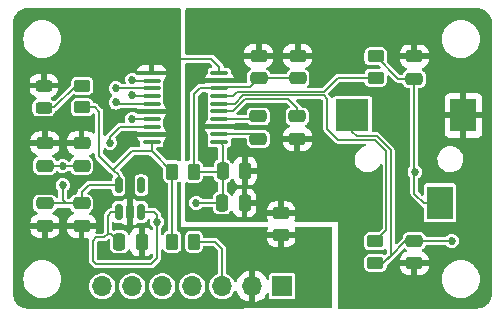
<source format=gtl>
G04 #@! TF.GenerationSoftware,KiCad,Pcbnew,7.0.8*
G04 #@! TF.CreationDate,2023-10-02T15:07:27-07:00*
G04 #@! TF.ProjectId,PCM510xA_I2S_DAC,50434d35-3130-4784-915f-4932535f4441,0.0.2*
G04 #@! TF.SameCoordinates,Original*
G04 #@! TF.FileFunction,Copper,L1,Top*
G04 #@! TF.FilePolarity,Positive*
%FSLAX46Y46*%
G04 Gerber Fmt 4.6, Leading zero omitted, Abs format (unit mm)*
G04 Created by KiCad (PCBNEW 7.0.8) date 2023-10-02 15:07:27*
%MOMM*%
%LPD*%
G01*
G04 APERTURE LIST*
G04 Aperture macros list*
%AMRoundRect*
0 Rectangle with rounded corners*
0 $1 Rounding radius*
0 $2 $3 $4 $5 $6 $7 $8 $9 X,Y pos of 4 corners*
0 Add a 4 corners polygon primitive as box body*
4,1,4,$2,$3,$4,$5,$6,$7,$8,$9,$2,$3,0*
0 Add four circle primitives for the rounded corners*
1,1,$1+$1,$2,$3*
1,1,$1+$1,$4,$5*
1,1,$1+$1,$6,$7*
1,1,$1+$1,$8,$9*
0 Add four rect primitives between the rounded corners*
20,1,$1+$1,$2,$3,$4,$5,0*
20,1,$1+$1,$4,$5,$6,$7,0*
20,1,$1+$1,$6,$7,$8,$9,0*
20,1,$1+$1,$8,$9,$2,$3,0*%
G04 Aperture macros list end*
G04 #@! TA.AperFunction,SMDPad,CuDef*
%ADD10RoundRect,0.243750X-0.456250X0.243750X-0.456250X-0.243750X0.456250X-0.243750X0.456250X0.243750X0*%
G04 #@! TD*
G04 #@! TA.AperFunction,SMDPad,CuDef*
%ADD11RoundRect,0.250000X0.450000X-0.262500X0.450000X0.262500X-0.450000X0.262500X-0.450000X-0.262500X0*%
G04 #@! TD*
G04 #@! TA.AperFunction,SMDPad,CuDef*
%ADD12RoundRect,0.250000X-0.450000X0.262500X-0.450000X-0.262500X0.450000X-0.262500X0.450000X0.262500X0*%
G04 #@! TD*
G04 #@! TA.AperFunction,SMDPad,CuDef*
%ADD13RoundRect,0.250000X-0.262500X-0.450000X0.262500X-0.450000X0.262500X0.450000X-0.262500X0.450000X0*%
G04 #@! TD*
G04 #@! TA.AperFunction,SMDPad,CuDef*
%ADD14RoundRect,0.250000X-0.250000X-0.475000X0.250000X-0.475000X0.250000X0.475000X-0.250000X0.475000X0*%
G04 #@! TD*
G04 #@! TA.AperFunction,SMDPad,CuDef*
%ADD15RoundRect,0.250000X-0.475000X0.250000X-0.475000X-0.250000X0.475000X-0.250000X0.475000X0.250000X0*%
G04 #@! TD*
G04 #@! TA.AperFunction,ComponentPad*
%ADD16R,1.700000X1.700000*%
G04 #@! TD*
G04 #@! TA.AperFunction,ComponentPad*
%ADD17O,1.700000X1.700000*%
G04 #@! TD*
G04 #@! TA.AperFunction,SMDPad,CuDef*
%ADD18RoundRect,0.250000X0.475000X-0.250000X0.475000X0.250000X-0.475000X0.250000X-0.475000X-0.250000X0*%
G04 #@! TD*
G04 #@! TA.AperFunction,SMDPad,CuDef*
%ADD19RoundRect,0.100000X0.637500X0.100000X-0.637500X0.100000X-0.637500X-0.100000X0.637500X-0.100000X0*%
G04 #@! TD*
G04 #@! TA.AperFunction,SMDPad,CuDef*
%ADD20R,2.200000X2.800000*%
G04 #@! TD*
G04 #@! TA.AperFunction,SMDPad,CuDef*
%ADD21R,2.800000X2.800000*%
G04 #@! TD*
G04 #@! TA.AperFunction,SMDPad,CuDef*
%ADD22RoundRect,0.150000X0.150000X-0.512500X0.150000X0.512500X-0.150000X0.512500X-0.150000X-0.512500X0*%
G04 #@! TD*
G04 #@! TA.AperFunction,ViaPad*
%ADD23C,0.685800*%
G04 #@! TD*
G04 #@! TA.AperFunction,Conductor*
%ADD24C,0.152400*%
G04 #@! TD*
G04 #@! TA.AperFunction,Conductor*
%ADD25C,0.203200*%
G04 #@! TD*
G04 APERTURE END LIST*
D10*
X119500000Y-97662500D03*
X119500000Y-99537500D03*
D11*
X122750000Y-99512500D03*
X122750000Y-97687500D03*
D12*
X147574000Y-110856629D03*
X147574000Y-112681629D03*
D13*
X130375000Y-104946129D03*
X132200000Y-104946129D03*
D14*
X134600000Y-107600000D03*
X136500000Y-107600000D03*
D15*
X119600000Y-107650000D03*
X119600000Y-109550000D03*
D14*
X134650000Y-104900000D03*
X136550000Y-104900000D03*
X125900000Y-110900000D03*
X127800000Y-110900000D03*
D13*
X130387500Y-110900000D03*
X132212500Y-110900000D03*
D15*
X140970000Y-100278129D03*
X140970000Y-102178129D03*
D16*
X139700000Y-114665129D03*
D17*
X137160000Y-114665129D03*
X134620000Y-114665129D03*
X132080000Y-114665129D03*
X129540000Y-114665129D03*
X127000000Y-114665129D03*
X124460000Y-114665129D03*
D18*
X122700000Y-104450000D03*
X122700000Y-102550000D03*
X137700000Y-97050000D03*
X137700000Y-95150000D03*
D19*
X134366000Y-102444800D03*
X134366000Y-101794800D03*
X134366000Y-101144800D03*
X134366000Y-100494800D03*
X134366000Y-99844800D03*
X134366000Y-99194800D03*
X134366000Y-98544800D03*
X134366000Y-97894800D03*
X134366000Y-97244800D03*
X134366000Y-96594800D03*
X128641000Y-96594800D03*
X128641000Y-97244800D03*
X128641000Y-97894800D03*
X128641000Y-98544800D03*
X128641000Y-99194800D03*
X128641000Y-99844800D03*
X128641000Y-100494800D03*
X128641000Y-101144800D03*
X128641000Y-101794800D03*
X128641000Y-102444800D03*
D20*
X153035000Y-107595129D03*
X155035000Y-100195129D03*
D21*
X145635000Y-100195129D03*
D15*
X137668000Y-100278129D03*
X137668000Y-102178129D03*
D11*
X147608000Y-97012629D03*
X147608000Y-95187629D03*
X139600000Y-110312500D03*
X139600000Y-108487500D03*
D15*
X122700000Y-107650000D03*
X122700000Y-109550000D03*
X150874000Y-110819129D03*
X150874000Y-112719129D03*
D18*
X150876000Y-97098129D03*
X150876000Y-95198129D03*
X119600000Y-104450000D03*
X119600000Y-102550000D03*
D22*
X125850000Y-108375000D03*
X126800000Y-108375000D03*
X127750000Y-108375000D03*
X127750000Y-106100000D03*
X125850000Y-106100000D03*
D18*
X141000000Y-97050000D03*
X141000000Y-95150000D03*
D23*
X124290000Y-98480000D03*
X124540000Y-111520000D03*
X143100000Y-110300000D03*
X117800000Y-105000000D03*
X122000000Y-92000000D03*
X118000000Y-96100000D03*
X130200000Y-92000000D03*
X122000000Y-115800000D03*
X118000000Y-110800000D03*
X129090000Y-107230000D03*
X143100000Y-115800000D03*
X150901400Y-104987329D03*
X154051000Y-110803929D03*
X121100000Y-104500000D03*
X125100000Y-102500000D03*
X121100000Y-106100000D03*
X132400000Y-107600000D03*
X127000000Y-98500000D03*
X125600000Y-97900000D03*
X125600000Y-99100000D03*
X127000000Y-100500000D03*
X127000000Y-97200000D03*
X150900000Y-115800000D03*
X145400000Y-104900000D03*
X156100000Y-96100000D03*
X150900000Y-92000000D03*
X145400000Y-110300000D03*
X143600000Y-96100000D03*
X145400000Y-115800000D03*
X139600000Y-92000000D03*
X145400000Y-92000000D03*
X139600000Y-104900000D03*
X132300000Y-92000000D03*
X156000000Y-105000000D03*
X156000000Y-110800000D03*
X129100000Y-109200000D03*
D24*
X125900000Y-110900000D02*
X125220000Y-110220000D01*
X125220000Y-110220000D02*
X124930000Y-110220000D01*
X124930000Y-108670000D02*
X124930000Y-110220000D01*
X125170000Y-112800000D02*
X123960000Y-112800000D01*
X123960000Y-112800000D02*
X123640000Y-112480000D01*
X123640000Y-112480000D02*
X123640000Y-110850000D01*
X123640000Y-110850000D02*
X123960000Y-110530000D01*
X123960000Y-110530000D02*
X124620000Y-110530000D01*
X124620000Y-110530000D02*
X124930000Y-110220000D01*
X126130000Y-112800000D02*
X125170000Y-112800000D01*
X125850000Y-108375000D02*
X125225000Y-108375000D01*
X125225000Y-108375000D02*
X124930000Y-108670000D01*
X128600000Y-112800000D02*
X126130000Y-112800000D01*
X129075000Y-109175000D02*
X129075000Y-108600000D01*
X128850000Y-108375000D02*
X129075000Y-108600000D01*
X127750000Y-108375000D02*
X128850000Y-108375000D01*
X129100000Y-109200000D02*
X129075000Y-109175000D01*
X129100000Y-109200000D02*
X129100000Y-112300000D01*
X129100000Y-112300000D02*
X128600000Y-112800000D01*
D25*
X134366000Y-96066000D02*
X133700000Y-95400000D01*
X134366000Y-96594800D02*
X134366000Y-96066000D01*
X133700000Y-95400000D02*
X130700000Y-95400000D01*
D24*
X150876000Y-106816129D02*
X151655000Y-107595129D01*
X150876000Y-104961929D02*
X150901400Y-104987329D01*
X150901400Y-104987329D02*
X150876000Y-105012729D01*
X150876000Y-105012729D02*
X150876000Y-106816129D01*
X149518500Y-97098129D02*
X150876000Y-97098129D01*
X147608000Y-95187629D02*
X149518500Y-97098129D01*
X150876000Y-97098129D02*
X150876000Y-104961929D01*
X151655000Y-107595129D02*
X153035000Y-107595129D01*
X137284671Y-101794800D02*
X137668000Y-102178129D01*
X134366000Y-101794800D02*
X137284671Y-101794800D01*
X137451329Y-100494800D02*
X134366000Y-100494800D01*
X137668000Y-100278129D02*
X137451329Y-100494800D01*
X150874000Y-110819129D02*
X154051000Y-110803929D01*
X148261700Y-112681629D02*
X148869400Y-112073929D01*
X154051000Y-110803929D02*
X154066200Y-110819129D01*
X145999200Y-101939329D02*
X145635000Y-101575129D01*
X148869400Y-112073929D02*
X150124200Y-110819129D01*
X148818600Y-112124729D02*
X148261700Y-112681629D01*
X147675600Y-101939329D02*
X145999200Y-101939329D01*
X150124200Y-110819129D02*
X150874000Y-110819129D01*
X145635000Y-101575129D02*
X145635000Y-100195129D01*
X148869400Y-112073929D02*
X148869400Y-103133129D01*
X147574000Y-112681629D02*
X148261700Y-112681629D01*
X148869400Y-103133129D02*
X147675600Y-101939329D01*
X121100000Y-104500000D02*
X119650000Y-104500000D01*
X125050000Y-102550000D02*
X125100000Y-102500000D01*
X122700000Y-104450000D02*
X121150000Y-104450000D01*
X128641000Y-101144800D02*
X125955200Y-101144800D01*
X121150000Y-104450000D02*
X121100000Y-104500000D01*
X125955200Y-101144800D02*
X125100000Y-102000000D01*
X119650000Y-104500000D02*
X119600000Y-104450000D01*
X125100000Y-102000000D02*
X125100000Y-102500000D01*
X136526252Y-98809600D02*
X140200000Y-98809600D01*
X134366000Y-99844800D02*
X135491052Y-99844800D01*
X135491052Y-99844800D02*
X136526252Y-98809600D01*
X140970000Y-99579600D02*
X140970000Y-100278129D01*
X140200000Y-98809600D02*
X140970000Y-99579600D01*
D25*
X128641000Y-102444800D02*
X128641000Y-103212129D01*
X122700000Y-106700000D02*
X123300000Y-106100000D01*
X121100000Y-107350000D02*
X121400000Y-107650000D01*
X128641000Y-103212129D02*
X130375000Y-104946129D01*
X123812500Y-99512500D02*
X124200000Y-99900000D01*
X125400000Y-104800000D02*
X126987871Y-103212129D01*
X124200000Y-99900000D02*
X124200000Y-103600000D01*
X121400000Y-107650000D02*
X122700000Y-107650000D01*
X123300000Y-106100000D02*
X125850000Y-106100000D01*
X122700000Y-107650000D02*
X122700000Y-106700000D01*
X125850000Y-106100000D02*
X125850000Y-105250000D01*
X125850000Y-105250000D02*
X125400000Y-104800000D01*
X121100000Y-106100000D02*
X121100000Y-107350000D01*
X130387500Y-104958629D02*
X130375000Y-104946129D01*
X126987871Y-103212129D02*
X128641000Y-103212129D01*
X119600000Y-107650000D02*
X121400000Y-107650000D01*
X124200000Y-103600000D02*
X125400000Y-104800000D01*
X122750000Y-99512500D02*
X123812500Y-99512500D01*
X130387500Y-110900000D02*
X130387500Y-104958629D01*
X132200000Y-104946129D02*
X134603871Y-104946129D01*
X132400000Y-107600000D02*
X134600000Y-107600000D01*
X136931000Y-97819000D02*
X137700000Y-97050000D01*
X134650000Y-102728800D02*
X134366000Y-102444800D01*
X134441800Y-97819000D02*
X136931000Y-97819000D01*
X132705200Y-97894800D02*
X134366000Y-97894800D01*
X134600000Y-107600000D02*
X134650000Y-107550000D01*
X134366000Y-97894800D02*
X134441800Y-97819000D01*
X134650000Y-107550000D02*
X134650000Y-104900000D01*
X134603871Y-104946129D02*
X134650000Y-104900000D01*
X132200000Y-104946129D02*
X132200000Y-98400000D01*
X134650000Y-104900000D02*
X134650000Y-102728800D01*
X132200000Y-98400000D02*
X132705200Y-97894800D01*
X137700000Y-97050000D02*
X141000000Y-97050000D01*
D24*
X127044800Y-98544800D02*
X127000000Y-98500000D01*
X128641000Y-98544800D02*
X127044800Y-98544800D01*
X125600000Y-97900000D02*
X125626900Y-97900000D01*
X128573100Y-97900000D02*
X125600000Y-97900000D01*
X125600000Y-99100000D02*
X125605200Y-99194800D01*
X128641000Y-99194800D02*
X125694800Y-99194800D01*
X125694800Y-99194800D02*
X125600000Y-99100000D01*
X120400000Y-99500000D02*
X122212500Y-97687500D01*
X119500000Y-99537500D02*
X119537500Y-99500000D01*
X122212500Y-97687500D02*
X122750000Y-97687500D01*
X119537500Y-99500000D02*
X120400000Y-99500000D01*
X134620000Y-114665129D02*
X134620000Y-111520000D01*
X127005200Y-100494800D02*
X127000000Y-100500000D01*
X134620000Y-111520000D02*
X134000000Y-110900000D01*
X127105200Y-100494800D02*
X127100000Y-100500000D01*
X134000000Y-110900000D02*
X132212500Y-110900000D01*
X128641000Y-100494800D02*
X127005200Y-100494800D01*
X132212500Y-110900000D02*
X132234800Y-110922300D01*
X134366000Y-99194800D02*
X135710000Y-99194800D01*
X147548600Y-102244129D02*
X148513800Y-103209329D01*
X136400000Y-98504800D02*
X143204800Y-98504800D01*
X148513800Y-103209329D02*
X148513800Y-109916829D01*
X143510000Y-101327329D02*
X144006400Y-101823729D01*
X148513800Y-109916829D02*
X147574000Y-110856629D01*
X144399000Y-102244129D02*
X147548600Y-102244129D01*
X135710000Y-99194800D02*
X136400000Y-98504800D01*
X144006400Y-101851529D02*
X144399000Y-102244129D01*
X143204800Y-98504800D02*
X143510000Y-98810000D01*
X144006400Y-101823729D02*
X144006400Y-101851529D01*
X143510000Y-98810000D02*
X143510000Y-101327329D01*
X144387371Y-97012629D02*
X147608000Y-97012629D01*
X143200000Y-98200000D02*
X144387371Y-97012629D01*
X135861129Y-98200000D02*
X143200000Y-98200000D01*
X134366000Y-98544800D02*
X134382329Y-98561129D01*
X135500000Y-98561129D02*
X135861129Y-98200000D01*
X134382329Y-98561129D02*
X135500000Y-98561129D01*
X127044800Y-97244800D02*
X127000000Y-97200000D01*
X128641000Y-97244800D02*
X127044800Y-97244800D01*
G04 #@! TA.AperFunction,Conductor*
G36*
X156212255Y-91118651D02*
G01*
X156390899Y-91132714D01*
X156410116Y-91135758D01*
X156493679Y-91155820D01*
X156577246Y-91175884D01*
X156595739Y-91181892D01*
X156754539Y-91247671D01*
X156771871Y-91256502D01*
X156918418Y-91346306D01*
X156934158Y-91357741D01*
X157064853Y-91469363D01*
X157078611Y-91483121D01*
X157190236Y-91613812D01*
X157201672Y-91629552D01*
X157291479Y-91776093D01*
X157300313Y-91793429D01*
X157366090Y-91952213D01*
X157372104Y-91970717D01*
X157411463Y-92134629D01*
X157412236Y-92137846D01*
X157415280Y-92157063D01*
X157429309Y-92335208D01*
X157429500Y-92340058D01*
X157429500Y-115294282D01*
X157429498Y-115294300D01*
X157429499Y-115322699D01*
X157429308Y-115327564D01*
X157415258Y-115506203D01*
X157412215Y-115525423D01*
X157372098Y-115692551D01*
X157366087Y-115711051D01*
X157300317Y-115869847D01*
X157291487Y-115887178D01*
X157201683Y-116033730D01*
X157190246Y-116049473D01*
X157078626Y-116180165D01*
X157064866Y-116193925D01*
X156934171Y-116305548D01*
X156918428Y-116316985D01*
X156771886Y-116406783D01*
X156754548Y-116415617D01*
X156595757Y-116481386D01*
X156577249Y-116487399D01*
X156410124Y-116527515D01*
X156390905Y-116530558D01*
X156212292Y-116544606D01*
X156207425Y-116544797D01*
X156168772Y-116544795D01*
X156168758Y-116544798D01*
X144523000Y-116544798D01*
X144455961Y-116525113D01*
X144410206Y-116472309D01*
X144399000Y-116420798D01*
X144399000Y-114055129D01*
X153207551Y-114055129D01*
X153227317Y-114306280D01*
X153286126Y-114551239D01*
X153382533Y-114783988D01*
X153514160Y-114998782D01*
X153514161Y-114998785D01*
X153514164Y-114998788D01*
X153677776Y-115190353D01*
X153826066Y-115317004D01*
X153869343Y-115353967D01*
X153869346Y-115353968D01*
X154084140Y-115485595D01*
X154316889Y-115582002D01*
X154561852Y-115640812D01*
X154717950Y-115653097D01*
X154750116Y-115655629D01*
X154750118Y-115655629D01*
X154875884Y-115655629D01*
X154905518Y-115653296D01*
X155064148Y-115640812D01*
X155309111Y-115582002D01*
X155541859Y-115485595D01*
X155756659Y-115353965D01*
X155948224Y-115190353D01*
X156111836Y-114998788D01*
X156243466Y-114783988D01*
X156339873Y-114551240D01*
X156398683Y-114306277D01*
X156418449Y-114055129D01*
X156398683Y-113803981D01*
X156339873Y-113559018D01*
X156291473Y-113442169D01*
X156243466Y-113326269D01*
X156111839Y-113111475D01*
X156111838Y-113111472D01*
X156032946Y-113019102D01*
X155948224Y-112919905D01*
X155821571Y-112811733D01*
X155756656Y-112756290D01*
X155756653Y-112756289D01*
X155541859Y-112624662D01*
X155309110Y-112528255D01*
X155064150Y-112469446D01*
X154875884Y-112454629D01*
X154875882Y-112454629D01*
X154750118Y-112454629D01*
X154750116Y-112454629D01*
X154561849Y-112469446D01*
X154316889Y-112528255D01*
X154084140Y-112624662D01*
X153869346Y-112756289D01*
X153869343Y-112756290D01*
X153677776Y-112919905D01*
X153514161Y-113111472D01*
X153514160Y-113111475D01*
X153382533Y-113326269D01*
X153286126Y-113559018D01*
X153227317Y-113803977D01*
X153207551Y-114055129D01*
X144399000Y-114055129D01*
X144399000Y-109229129D01*
X140853057Y-109229129D01*
X140786018Y-109209444D01*
X140740263Y-109156640D01*
X140730319Y-109087482D01*
X140735351Y-109066125D01*
X140789505Y-108902697D01*
X140789506Y-108902690D01*
X140799999Y-108799986D01*
X140800000Y-108799973D01*
X140800000Y-108737500D01*
X138400001Y-108737500D01*
X138400001Y-108799986D01*
X138410494Y-108902697D01*
X138464649Y-109066125D01*
X138467051Y-109135953D01*
X138431319Y-109195995D01*
X138368799Y-109227188D01*
X138346943Y-109229129D01*
X131615000Y-109229129D01*
X131547961Y-109209444D01*
X131502206Y-109156640D01*
X131491000Y-109105129D01*
X131491000Y-105939801D01*
X131510685Y-105872762D01*
X131563489Y-105827007D01*
X131632647Y-105817063D01*
X131689309Y-105840533D01*
X131693233Y-105843471D01*
X131829158Y-105894169D01*
X131889245Y-105900629D01*
X132510754Y-105900628D01*
X132570842Y-105894169D01*
X132706767Y-105843471D01*
X132822904Y-105756533D01*
X132909842Y-105640396D01*
X132960540Y-105504471D01*
X132964559Y-105467090D01*
X132966999Y-105444400D01*
X132967000Y-105444383D01*
X132967000Y-105426229D01*
X132986685Y-105359190D01*
X133039489Y-105313435D01*
X133091000Y-105302229D01*
X133771501Y-105302229D01*
X133838540Y-105321914D01*
X133884295Y-105374718D01*
X133894147Y-105420007D01*
X133895099Y-105419957D01*
X133895146Y-105419952D01*
X133895146Y-105419954D01*
X133895324Y-105419945D01*
X133895501Y-105423257D01*
X133901960Y-105483344D01*
X133952655Y-105619261D01*
X133952656Y-105619264D01*
X133952658Y-105619267D01*
X133981747Y-105658126D01*
X134039595Y-105735404D01*
X134067821Y-105756533D01*
X134155733Y-105822342D01*
X134213236Y-105843790D01*
X134269167Y-105885660D01*
X134293584Y-105951124D01*
X134293900Y-105959970D01*
X134293900Y-106521379D01*
X134274215Y-106588418D01*
X134221411Y-106634173D01*
X134213235Y-106637560D01*
X134105736Y-106677656D01*
X134105730Y-106677660D01*
X133989595Y-106764595D01*
X133902660Y-106880730D01*
X133902658Y-106880733D01*
X133851960Y-107016658D01*
X133851959Y-107016662D01*
X133845500Y-107076728D01*
X133845500Y-107119900D01*
X133825815Y-107186939D01*
X133773011Y-107232694D01*
X133721500Y-107243900D01*
X132940912Y-107243900D01*
X132873873Y-107224215D01*
X132842536Y-107195386D01*
X132826074Y-107173932D01*
X132826072Y-107173930D01*
X132826071Y-107173929D01*
X132701278Y-107078172D01*
X132701277Y-107078171D01*
X132701275Y-107078170D01*
X132555956Y-107017978D01*
X132555954Y-107017977D01*
X132555953Y-107017977D01*
X132477976Y-107007711D01*
X132400001Y-106997445D01*
X132399999Y-106997445D01*
X132244047Y-107017977D01*
X132244043Y-107017978D01*
X132098723Y-107078171D01*
X131973929Y-107173929D01*
X131878171Y-107298723D01*
X131817978Y-107444043D01*
X131817977Y-107444047D01*
X131797445Y-107599999D01*
X131797445Y-107600000D01*
X131817977Y-107755952D01*
X131817978Y-107755956D01*
X131878170Y-107901275D01*
X131878171Y-107901277D01*
X131878172Y-107901278D01*
X131973929Y-108026071D01*
X132098722Y-108121828D01*
X132098723Y-108121828D01*
X132098724Y-108121829D01*
X132106346Y-108124986D01*
X132244047Y-108182023D01*
X132381855Y-108200166D01*
X132399999Y-108202555D01*
X132400000Y-108202555D01*
X132400001Y-108202555D01*
X132416253Y-108200415D01*
X132555953Y-108182023D01*
X132701278Y-108121828D01*
X132826071Y-108026071D01*
X132842536Y-108004614D01*
X132898964Y-107963411D01*
X132940912Y-107956100D01*
X133721501Y-107956100D01*
X133788540Y-107975785D01*
X133834295Y-108028589D01*
X133845501Y-108080100D01*
X133845501Y-108123257D01*
X133851960Y-108183344D01*
X133902655Y-108319261D01*
X133902656Y-108319264D01*
X133902658Y-108319267D01*
X133931747Y-108358126D01*
X133989595Y-108435404D01*
X134047443Y-108478707D01*
X134105733Y-108522342D01*
X134241658Y-108573040D01*
X134301745Y-108579500D01*
X134898254Y-108579499D01*
X134958342Y-108573040D01*
X135094267Y-108522342D01*
X135210404Y-108435404D01*
X135297342Y-108319267D01*
X135303190Y-108303587D01*
X135345060Y-108247655D01*
X135410525Y-108223238D01*
X135478798Y-108238090D01*
X135528203Y-108287495D01*
X135537077Y-108307918D01*
X135565641Y-108394119D01*
X135565643Y-108394124D01*
X135657684Y-108543345D01*
X135781654Y-108667315D01*
X135930875Y-108759356D01*
X135930880Y-108759358D01*
X136097302Y-108814505D01*
X136097309Y-108814506D01*
X136200019Y-108824999D01*
X136249999Y-108824998D01*
X136250000Y-108824998D01*
X136250000Y-107850000D01*
X136750000Y-107850000D01*
X136750000Y-108824999D01*
X136799972Y-108824999D01*
X136799986Y-108824998D01*
X136902697Y-108814505D01*
X137069119Y-108759358D01*
X137069124Y-108759356D01*
X137218345Y-108667315D01*
X137342315Y-108543345D01*
X137434356Y-108394124D01*
X137434358Y-108394119D01*
X137486257Y-108237500D01*
X138400000Y-108237500D01*
X139350000Y-108237500D01*
X139350000Y-107475000D01*
X139850000Y-107475000D01*
X139850000Y-108237500D01*
X140799999Y-108237500D01*
X140799999Y-108175028D01*
X140799998Y-108175013D01*
X140789505Y-108072302D01*
X140734358Y-107905880D01*
X140734356Y-107905875D01*
X140642315Y-107756654D01*
X140518345Y-107632684D01*
X140369124Y-107540643D01*
X140369119Y-107540641D01*
X140202697Y-107485494D01*
X140202690Y-107485493D01*
X140099986Y-107475000D01*
X139850000Y-107475000D01*
X139350000Y-107475000D01*
X139100029Y-107475000D01*
X139100012Y-107475001D01*
X138997302Y-107485494D01*
X138830880Y-107540641D01*
X138830875Y-107540643D01*
X138681654Y-107632684D01*
X138557684Y-107756654D01*
X138465643Y-107905875D01*
X138465641Y-107905880D01*
X138410494Y-108072302D01*
X138410493Y-108072309D01*
X138400000Y-108175013D01*
X138400000Y-108237500D01*
X137486257Y-108237500D01*
X137489505Y-108227697D01*
X137489506Y-108227690D01*
X137499999Y-108124986D01*
X137500000Y-108124973D01*
X137500000Y-107850000D01*
X136750000Y-107850000D01*
X136250000Y-107850000D01*
X136250000Y-106375000D01*
X136750000Y-106375000D01*
X136750000Y-107350000D01*
X137499999Y-107350000D01*
X137499999Y-107075028D01*
X137499998Y-107075013D01*
X137489505Y-106972302D01*
X137434358Y-106805880D01*
X137434356Y-106805875D01*
X137342315Y-106656654D01*
X137218345Y-106532684D01*
X137069124Y-106440643D01*
X137069119Y-106440641D01*
X136902697Y-106385494D01*
X136902690Y-106385493D01*
X136799986Y-106375000D01*
X136750000Y-106375000D01*
X136250000Y-106375000D01*
X136249999Y-106374999D01*
X136200029Y-106375000D01*
X136200011Y-106375001D01*
X136097302Y-106385494D01*
X135930880Y-106440641D01*
X135930875Y-106440643D01*
X135781654Y-106532684D01*
X135657684Y-106656654D01*
X135565643Y-106805875D01*
X135565641Y-106805880D01*
X135537077Y-106892082D01*
X135497304Y-106949527D01*
X135432788Y-106976350D01*
X135364012Y-106964035D01*
X135312813Y-106916492D01*
X135303191Y-106896417D01*
X135297342Y-106880733D01*
X135253707Y-106822443D01*
X135210404Y-106764595D01*
X135133126Y-106706747D01*
X135094267Y-106677658D01*
X135094262Y-106677656D01*
X135086759Y-106674857D01*
X135030828Y-106632982D01*
X135006415Y-106567516D01*
X135006100Y-106558678D01*
X135006100Y-105959970D01*
X135025785Y-105892931D01*
X135078589Y-105847176D01*
X135086741Y-105843798D01*
X135144267Y-105822342D01*
X135260404Y-105735404D01*
X135347342Y-105619267D01*
X135353190Y-105603587D01*
X135395060Y-105547655D01*
X135460525Y-105523238D01*
X135528798Y-105538090D01*
X135578203Y-105587495D01*
X135587077Y-105607918D01*
X135615641Y-105694119D01*
X135615643Y-105694124D01*
X135707684Y-105843345D01*
X135831654Y-105967315D01*
X135980875Y-106059356D01*
X135980880Y-106059358D01*
X136147302Y-106114505D01*
X136147309Y-106114506D01*
X136250019Y-106124999D01*
X136299999Y-106124998D01*
X136300000Y-106124998D01*
X136300000Y-105150000D01*
X136800000Y-105150000D01*
X136800000Y-106124999D01*
X136849972Y-106124999D01*
X136849986Y-106124998D01*
X136952697Y-106114505D01*
X137119119Y-106059358D01*
X137119124Y-106059356D01*
X137268345Y-105967315D01*
X137392315Y-105843345D01*
X137484356Y-105694124D01*
X137484358Y-105694119D01*
X137539505Y-105527697D01*
X137539506Y-105527690D01*
X137549999Y-105424986D01*
X137550000Y-105424973D01*
X137550000Y-105150000D01*
X136800000Y-105150000D01*
X136300000Y-105150000D01*
X136300000Y-103675000D01*
X136800000Y-103675000D01*
X136800000Y-104650000D01*
X137549999Y-104650000D01*
X137549999Y-104375028D01*
X137549998Y-104375013D01*
X137539505Y-104272302D01*
X137484358Y-104105880D01*
X137484356Y-104105875D01*
X137392315Y-103956654D01*
X137268345Y-103832684D01*
X137119124Y-103740643D01*
X137119119Y-103740641D01*
X136952697Y-103685494D01*
X136952690Y-103685493D01*
X136849986Y-103675000D01*
X136800000Y-103675000D01*
X136300000Y-103675000D01*
X136299999Y-103674999D01*
X136250029Y-103675000D01*
X136250011Y-103675001D01*
X136147302Y-103685494D01*
X135980880Y-103740641D01*
X135980875Y-103740643D01*
X135831654Y-103832684D01*
X135707684Y-103956654D01*
X135615643Y-104105875D01*
X135615641Y-104105880D01*
X135587077Y-104192082D01*
X135547304Y-104249527D01*
X135482788Y-104276350D01*
X135414012Y-104264035D01*
X135362813Y-104216492D01*
X135353191Y-104196417D01*
X135347342Y-104180733D01*
X135303707Y-104122443D01*
X135260404Y-104064595D01*
X135171560Y-103998089D01*
X135144267Y-103977658D01*
X135144264Y-103977657D01*
X135144263Y-103977656D01*
X135086765Y-103956210D01*
X135030832Y-103914338D01*
X135006416Y-103848873D01*
X135006100Y-103840029D01*
X135006100Y-103011066D01*
X135025785Y-102944027D01*
X135078589Y-102898272D01*
X135097073Y-102892825D01*
X135096850Y-102892104D01*
X135106047Y-102889261D01*
X135106050Y-102889261D01*
X135147879Y-102868812D01*
X135212339Y-102837300D01*
X135296000Y-102753639D01*
X135326881Y-102690470D01*
X135347961Y-102647350D01*
X135358000Y-102578446D01*
X135358000Y-102311154D01*
X135351621Y-102267373D01*
X135361435Y-102198200D01*
X135407091Y-102145311D01*
X135474093Y-102125500D01*
X136564500Y-102125500D01*
X136631539Y-102145185D01*
X136677294Y-102197989D01*
X136688500Y-102249499D01*
X136688500Y-102476380D01*
X136688501Y-102476387D01*
X136694960Y-102536473D01*
X136745655Y-102672390D01*
X136745656Y-102672393D01*
X136745658Y-102672396D01*
X136759188Y-102690470D01*
X136832595Y-102788533D01*
X136875417Y-102820588D01*
X136948733Y-102875471D01*
X137084658Y-102926169D01*
X137144745Y-102932629D01*
X138191254Y-102932628D01*
X138251342Y-102926169D01*
X138387267Y-102875471D01*
X138503404Y-102788533D01*
X138590342Y-102672396D01*
X138641040Y-102536471D01*
X138644814Y-102501367D01*
X138647499Y-102476400D01*
X138647499Y-102476393D01*
X138647500Y-102476384D01*
X138647500Y-102428129D01*
X139745001Y-102428129D01*
X139745001Y-102478115D01*
X139755494Y-102580826D01*
X139810641Y-102747248D01*
X139810643Y-102747253D01*
X139902684Y-102896474D01*
X140026654Y-103020444D01*
X140175875Y-103112485D01*
X140175880Y-103112487D01*
X140342302Y-103167634D01*
X140342309Y-103167635D01*
X140445019Y-103178128D01*
X140719999Y-103178128D01*
X140720000Y-103178127D01*
X140720000Y-102428129D01*
X141220000Y-102428129D01*
X141220000Y-103178128D01*
X141494972Y-103178128D01*
X141494986Y-103178127D01*
X141597697Y-103167634D01*
X141764119Y-103112487D01*
X141764124Y-103112485D01*
X141913345Y-103020444D01*
X142037315Y-102896474D01*
X142129356Y-102747253D01*
X142129358Y-102747248D01*
X142184505Y-102580826D01*
X142184506Y-102580819D01*
X142194999Y-102478115D01*
X142195000Y-102478102D01*
X142195000Y-102428129D01*
X141220000Y-102428129D01*
X140720000Y-102428129D01*
X139745001Y-102428129D01*
X138647500Y-102428129D01*
X138647499Y-101879875D01*
X138641040Y-101819787D01*
X138630010Y-101790215D01*
X138590344Y-101683867D01*
X138590343Y-101683866D01*
X138590342Y-101683862D01*
X138539136Y-101615458D01*
X138503404Y-101567724D01*
X138392399Y-101484629D01*
X138387267Y-101480787D01*
X138251342Y-101430089D01*
X138251338Y-101430088D01*
X138191262Y-101423629D01*
X137144748Y-101423629D01*
X137144742Y-101423630D01*
X137084659Y-101430088D01*
X137014433Y-101456282D01*
X136971099Y-101464100D01*
X135721201Y-101464100D01*
X135654162Y-101444415D01*
X135608407Y-101391611D01*
X135602603Y-101352886D01*
X135595512Y-101344800D01*
X135077015Y-101344800D01*
X135059137Y-101343504D01*
X135037147Y-101340300D01*
X135037146Y-101340300D01*
X133694854Y-101340300D01*
X133694853Y-101340300D01*
X133672863Y-101343504D01*
X133654985Y-101344800D01*
X133136490Y-101344800D01*
X133136488Y-101344801D01*
X133143942Y-101401427D01*
X133143944Y-101401433D01*
X133204399Y-101547385D01*
X133300576Y-101672725D01*
X133325485Y-101691838D01*
X133366689Y-101748266D01*
X133374000Y-101790215D01*
X133374000Y-101928446D01*
X133379477Y-101966038D01*
X133384039Y-101997351D01*
X133417277Y-102065340D01*
X133429035Y-102134213D01*
X133417277Y-102174260D01*
X133384039Y-102242248D01*
X133384039Y-102242250D01*
X133374000Y-102311154D01*
X133374000Y-102578446D01*
X133384039Y-102647350D01*
X133384039Y-102647351D01*
X133384040Y-102647353D01*
X133435999Y-102753639D01*
X133519660Y-102837300D01*
X133621415Y-102887044D01*
X133625950Y-102889261D01*
X133694854Y-102899300D01*
X134169900Y-102899300D01*
X134236939Y-102918985D01*
X134282694Y-102971789D01*
X134293900Y-103023300D01*
X134293900Y-103840029D01*
X134274215Y-103907068D01*
X134221411Y-103952823D01*
X134213235Y-103956210D01*
X134155736Y-103977656D01*
X134155730Y-103977660D01*
X134039595Y-104064595D01*
X133971350Y-104155763D01*
X133952658Y-104180733D01*
X133901960Y-104316658D01*
X133901959Y-104316662D01*
X133895500Y-104376728D01*
X133895500Y-104466029D01*
X133875815Y-104533068D01*
X133823011Y-104578823D01*
X133771500Y-104590029D01*
X133090999Y-104590029D01*
X133023960Y-104570344D01*
X132978205Y-104517540D01*
X132966999Y-104466029D01*
X132966999Y-104447877D01*
X132966999Y-104447874D01*
X132960540Y-104387787D01*
X132956422Y-104376746D01*
X132909844Y-104251867D01*
X132909843Y-104251866D01*
X132909842Y-104251862D01*
X132856596Y-104180733D01*
X132822904Y-104135724D01*
X132743307Y-104076140D01*
X132706767Y-104048787D01*
X132663109Y-104032503D01*
X132636765Y-104022677D01*
X132580832Y-103980805D01*
X132556416Y-103915341D01*
X132556100Y-103906496D01*
X132556100Y-98598863D01*
X132575785Y-98531824D01*
X132592419Y-98511182D01*
X132816382Y-98287219D01*
X132877705Y-98253734D01*
X132904063Y-98250900D01*
X133253973Y-98250900D01*
X133321012Y-98270585D01*
X133366767Y-98323389D01*
X133376710Y-98392546D01*
X133374000Y-98411154D01*
X133374000Y-98678446D01*
X133378297Y-98707936D01*
X133384039Y-98747351D01*
X133417277Y-98815340D01*
X133429035Y-98884213D01*
X133417277Y-98924260D01*
X133384039Y-98992248D01*
X133384039Y-98992250D01*
X133374000Y-99061154D01*
X133374000Y-99328446D01*
X133382604Y-99387506D01*
X133384039Y-99397351D01*
X133417277Y-99465340D01*
X133429035Y-99534213D01*
X133417277Y-99574260D01*
X133384039Y-99642248D01*
X133384039Y-99642250D01*
X133374000Y-99711154D01*
X133374000Y-99978446D01*
X133380412Y-100022453D01*
X133384039Y-100047351D01*
X133417277Y-100115340D01*
X133429035Y-100184213D01*
X133417277Y-100224260D01*
X133384039Y-100292248D01*
X133384039Y-100292250D01*
X133374000Y-100361154D01*
X133374000Y-100361159D01*
X133374000Y-100499383D01*
X133354315Y-100566422D01*
X133325488Y-100597758D01*
X133300577Y-100616872D01*
X133204399Y-100742213D01*
X133143944Y-100888168D01*
X133136487Y-100944800D01*
X133654985Y-100944800D01*
X133672863Y-100946096D01*
X133694853Y-100949300D01*
X133694854Y-100949300D01*
X135037147Y-100949300D01*
X135059137Y-100946096D01*
X135077015Y-100944800D01*
X135595510Y-100944800D01*
X135602816Y-100936468D01*
X135609028Y-100896647D01*
X135655410Y-100844392D01*
X135721200Y-100825500D01*
X136723340Y-100825500D01*
X136790379Y-100845185D01*
X136822608Y-100875191D01*
X136832595Y-100888533D01*
X136890443Y-100931836D01*
X136948733Y-100975471D01*
X137084658Y-101026169D01*
X137144745Y-101032629D01*
X138191254Y-101032628D01*
X138251342Y-101026169D01*
X138387267Y-100975471D01*
X138503404Y-100888533D01*
X138590342Y-100772396D01*
X138641040Y-100636471D01*
X138645202Y-100597758D01*
X138647499Y-100576400D01*
X138647499Y-100576393D01*
X138647500Y-100576384D01*
X138647499Y-99979875D01*
X138641040Y-99919787D01*
X138590342Y-99783862D01*
X138535914Y-99711154D01*
X138503404Y-99667724D01*
X138426126Y-99609876D01*
X138387267Y-99580787D01*
X138251342Y-99530089D01*
X138251338Y-99530088D01*
X138191262Y-99523629D01*
X137144748Y-99523629D01*
X137144742Y-99523630D01*
X137084655Y-99530089D01*
X136948738Y-99580784D01*
X136948730Y-99580789D01*
X136832595Y-99667724D01*
X136745660Y-99783859D01*
X136745658Y-99783862D01*
X136694960Y-99919787D01*
X136694959Y-99919791D01*
X136688500Y-99979857D01*
X136688500Y-100040100D01*
X136668815Y-100107139D01*
X136616011Y-100152894D01*
X136564500Y-100164100D01*
X135938793Y-100164100D01*
X135871754Y-100144415D01*
X135825999Y-100091611D01*
X135816055Y-100022453D01*
X135845080Y-99958897D01*
X135851112Y-99952419D01*
X136222743Y-99580789D01*
X136626913Y-99176619D01*
X136688236Y-99143134D01*
X136714594Y-99140300D01*
X140011658Y-99140300D01*
X140078697Y-99159985D01*
X140099339Y-99176619D01*
X140298404Y-99375684D01*
X140331889Y-99437007D01*
X140326905Y-99506699D01*
X140285033Y-99562632D01*
X140254066Y-99579543D01*
X140250740Y-99580783D01*
X140250730Y-99580789D01*
X140134595Y-99667724D01*
X140047660Y-99783859D01*
X140047658Y-99783862D01*
X139996960Y-99919787D01*
X139996959Y-99919791D01*
X139990500Y-99979857D01*
X139990500Y-100576380D01*
X139990501Y-100576386D01*
X139996960Y-100636473D01*
X140047655Y-100772390D01*
X140047656Y-100772393D01*
X140047658Y-100772396D01*
X140071047Y-100803640D01*
X140134595Y-100888533D01*
X140192443Y-100931836D01*
X140250733Y-100975471D01*
X140266409Y-100981318D01*
X140266412Y-100981319D01*
X140322345Y-101023191D01*
X140346761Y-101088655D01*
X140331909Y-101156928D01*
X140282503Y-101206333D01*
X140262082Y-101215206D01*
X140175878Y-101243771D01*
X140175875Y-101243772D01*
X140026654Y-101335813D01*
X139902684Y-101459783D01*
X139810643Y-101609004D01*
X139810641Y-101609009D01*
X139755494Y-101775431D01*
X139755493Y-101775438D01*
X139745000Y-101878142D01*
X139745000Y-101928129D01*
X142194999Y-101928129D01*
X142194999Y-101878157D01*
X142194998Y-101878142D01*
X142184505Y-101775431D01*
X142129358Y-101609009D01*
X142129356Y-101609004D01*
X142037315Y-101459783D01*
X141913345Y-101335813D01*
X141764124Y-101243772D01*
X141764119Y-101243770D01*
X141677917Y-101215206D01*
X141620472Y-101175433D01*
X141593649Y-101110918D01*
X141605964Y-101042142D01*
X141653507Y-100990942D01*
X141673582Y-100981320D01*
X141689267Y-100975471D01*
X141805404Y-100888533D01*
X141892342Y-100772396D01*
X141943040Y-100636471D01*
X141947202Y-100597758D01*
X141949499Y-100576400D01*
X141949499Y-100576393D01*
X141949500Y-100576384D01*
X141949499Y-99979875D01*
X141943040Y-99919787D01*
X141892342Y-99783862D01*
X141837914Y-99711154D01*
X141805404Y-99667724D01*
X141728126Y-99609876D01*
X141689267Y-99580787D01*
X141553342Y-99530089D01*
X141553338Y-99530088D01*
X141493271Y-99523629D01*
X141493255Y-99523629D01*
X141392518Y-99523629D01*
X141325479Y-99503944D01*
X141279724Y-99451140D01*
X141276726Y-99442801D01*
X141274340Y-99437685D01*
X141274340Y-99437683D01*
X141250716Y-99403946D01*
X141247828Y-99399412D01*
X141227239Y-99363751D01*
X141195692Y-99337279D01*
X141191720Y-99333640D01*
X140905261Y-99047181D01*
X140871776Y-98985858D01*
X140876760Y-98916166D01*
X140918632Y-98860233D01*
X140984096Y-98835816D01*
X140992942Y-98835500D01*
X143016458Y-98835500D01*
X143083497Y-98855185D01*
X143104139Y-98871819D01*
X143142981Y-98910661D01*
X143176466Y-98971984D01*
X143179300Y-98998342D01*
X143179300Y-101310178D01*
X143179064Y-101315584D01*
X143175475Y-101356596D01*
X143186129Y-101396357D01*
X143187300Y-101401639D01*
X143194449Y-101442181D01*
X143196033Y-101446533D01*
X143203702Y-101465047D01*
X143205658Y-101469241D01*
X143205659Y-101469243D01*
X143205660Y-101469245D01*
X143229279Y-101502977D01*
X143232180Y-101507531D01*
X143252761Y-101543178D01*
X143284298Y-101569641D01*
X143288288Y-101573297D01*
X143681028Y-101966038D01*
X143694603Y-101985423D01*
X143695838Y-101984559D01*
X143725672Y-102027167D01*
X143728576Y-102031725D01*
X143749161Y-102067378D01*
X143780706Y-102093848D01*
X143784689Y-102097498D01*
X144153040Y-102465849D01*
X144156679Y-102469821D01*
X144183151Y-102501368D01*
X144218812Y-102521957D01*
X144223346Y-102524845D01*
X144257083Y-102548469D01*
X144257085Y-102548469D01*
X144261312Y-102550441D01*
X144279768Y-102558086D01*
X144284147Y-102559679D01*
X144284149Y-102559680D01*
X144324686Y-102566827D01*
X144329971Y-102567999D01*
X144347152Y-102572602D01*
X144369733Y-102578653D01*
X144410747Y-102575064D01*
X144416149Y-102574829D01*
X146662904Y-102574829D01*
X146729943Y-102594514D01*
X146775698Y-102647318D01*
X146785642Y-102716476D01*
X146756617Y-102780032D01*
X146697839Y-102817805D01*
X146688364Y-102820588D01*
X146524127Y-102868812D01*
X146337313Y-102965120D01*
X146172116Y-103095034D01*
X146172112Y-103095038D01*
X146034478Y-103253875D01*
X145929398Y-103435879D01*
X145860656Y-103634494D01*
X145860656Y-103634496D01*
X145831106Y-103840029D01*
X145830746Y-103842530D01*
X145840745Y-104052456D01*
X145890296Y-104256707D01*
X145890298Y-104256711D01*
X145977598Y-104447872D01*
X145977601Y-104447877D01*
X145977602Y-104447879D01*
X145977604Y-104447882D01*
X146099514Y-104619081D01*
X146099515Y-104619082D01*
X146099520Y-104619088D01*
X146251620Y-104764114D01*
X146392797Y-104854843D01*
X146428428Y-104877742D01*
X146623543Y-104955854D01*
X146726729Y-104975741D01*
X146829914Y-104995629D01*
X146829915Y-104995629D01*
X146987419Y-104995629D01*
X146987425Y-104995629D01*
X147144218Y-104980657D01*
X147345875Y-104921445D01*
X147532682Y-104825140D01*
X147697886Y-104695221D01*
X147835519Y-104536385D01*
X147853171Y-104505812D01*
X147940601Y-104354378D01*
X147940600Y-104354378D01*
X147940604Y-104354373D01*
X147941920Y-104350570D01*
X147982447Y-104293657D01*
X148047311Y-104267688D01*
X148115918Y-104280909D01*
X148166486Y-104329124D01*
X148183100Y-104391126D01*
X148183100Y-109728486D01*
X148163415Y-109795525D01*
X148146781Y-109816167D01*
X147909638Y-110053310D01*
X147848315Y-110086795D01*
X147821957Y-110089629D01*
X147075748Y-110089629D01*
X147075742Y-110089630D01*
X147015655Y-110096089D01*
X146879738Y-110146784D01*
X146879730Y-110146789D01*
X146763595Y-110233724D01*
X146682799Y-110341658D01*
X146676658Y-110349862D01*
X146625960Y-110485787D01*
X146625959Y-110485791D01*
X146619500Y-110545857D01*
X146619500Y-111167380D01*
X146619501Y-111167386D01*
X146625960Y-111227473D01*
X146676655Y-111363390D01*
X146676656Y-111363393D01*
X146676658Y-111363396D01*
X146701713Y-111396866D01*
X146763595Y-111479533D01*
X146794832Y-111502916D01*
X146879733Y-111566471D01*
X147015658Y-111617169D01*
X147075745Y-111623629D01*
X148072254Y-111623628D01*
X148132342Y-111617169D01*
X148268267Y-111566471D01*
X148340390Y-111512480D01*
X148405855Y-111488064D01*
X148474127Y-111502916D01*
X148523532Y-111552322D01*
X148538700Y-111611748D01*
X148538700Y-111885584D01*
X148519015Y-111952623D01*
X148502381Y-111973265D01*
X148478976Y-111996670D01*
X148417653Y-112030155D01*
X148347961Y-112025171D01*
X148316986Y-112008257D01*
X148270241Y-111973265D01*
X148268267Y-111971787D01*
X148132342Y-111921089D01*
X148132338Y-111921088D01*
X148072262Y-111914629D01*
X147075748Y-111914629D01*
X147075742Y-111914630D01*
X147015655Y-111921089D01*
X146879738Y-111971784D01*
X146879730Y-111971789D01*
X146763595Y-112058724D01*
X146695266Y-112150004D01*
X146676658Y-112174862D01*
X146625960Y-112310787D01*
X146625959Y-112310791D01*
X146619500Y-112370857D01*
X146619500Y-112992380D01*
X146619501Y-112992386D01*
X146625960Y-113052473D01*
X146676655Y-113188390D01*
X146676656Y-113188393D01*
X146676658Y-113188396D01*
X146705747Y-113227255D01*
X146763595Y-113304533D01*
X146821443Y-113347836D01*
X146879733Y-113391471D01*
X147015658Y-113442169D01*
X147075745Y-113448629D01*
X148072254Y-113448628D01*
X148132342Y-113442169D01*
X148268267Y-113391471D01*
X148384404Y-113304533D01*
X148471342Y-113188396D01*
X148522040Y-113052471D01*
X148525628Y-113019102D01*
X148528499Y-112992399D01*
X148528499Y-112992393D01*
X148528500Y-112992384D01*
X148528500Y-112969129D01*
X149649001Y-112969129D01*
X149649001Y-113019115D01*
X149659494Y-113121826D01*
X149714641Y-113288248D01*
X149714643Y-113288253D01*
X149806684Y-113437474D01*
X149930654Y-113561444D01*
X150079875Y-113653485D01*
X150079880Y-113653487D01*
X150246302Y-113708634D01*
X150246309Y-113708635D01*
X150349019Y-113719128D01*
X150623999Y-113719128D01*
X150624000Y-113719127D01*
X150624000Y-112969129D01*
X151124000Y-112969129D01*
X151124000Y-113719128D01*
X151398972Y-113719128D01*
X151398986Y-113719127D01*
X151501697Y-113708634D01*
X151668119Y-113653487D01*
X151668124Y-113653485D01*
X151817345Y-113561444D01*
X151941315Y-113437474D01*
X152033356Y-113288253D01*
X152033358Y-113288248D01*
X152088505Y-113121826D01*
X152088506Y-113121819D01*
X152098999Y-113019115D01*
X152099000Y-113019102D01*
X152099000Y-112969129D01*
X151124000Y-112969129D01*
X150624000Y-112969129D01*
X149649001Y-112969129D01*
X148528500Y-112969129D01*
X148528499Y-112933870D01*
X148548182Y-112866832D01*
X148564813Y-112846194D01*
X149072901Y-112338109D01*
X149072901Y-112338108D01*
X149091127Y-112319883D01*
X149095109Y-112316234D01*
X149126639Y-112289778D01*
X149126641Y-112289774D01*
X149129634Y-112286207D01*
X149145567Y-112265440D01*
X149929955Y-111481052D01*
X149991276Y-111447569D01*
X150060968Y-111452553D01*
X150091942Y-111469467D01*
X150154733Y-111516471D01*
X150154736Y-111516472D01*
X150170412Y-111522319D01*
X150226345Y-111564191D01*
X150250761Y-111629655D01*
X150235909Y-111697928D01*
X150186503Y-111747333D01*
X150166082Y-111756206D01*
X150079878Y-111784771D01*
X150079875Y-111784772D01*
X149930654Y-111876813D01*
X149806684Y-112000783D01*
X149714643Y-112150004D01*
X149714641Y-112150009D01*
X149659494Y-112316431D01*
X149659493Y-112316438D01*
X149649000Y-112419142D01*
X149649000Y-112469129D01*
X152098999Y-112469129D01*
X152098999Y-112419157D01*
X152098998Y-112419142D01*
X152088505Y-112316431D01*
X152033358Y-112150009D01*
X152033356Y-112150004D01*
X151941315Y-112000783D01*
X151817345Y-111876813D01*
X151668124Y-111784772D01*
X151668119Y-111784770D01*
X151581917Y-111756206D01*
X151524472Y-111716433D01*
X151497649Y-111651918D01*
X151509964Y-111583142D01*
X151557507Y-111531942D01*
X151577582Y-111522320D01*
X151593267Y-111516471D01*
X151709404Y-111429533D01*
X151796342Y-111313396D01*
X151810458Y-111275549D01*
X151829173Y-111225375D01*
X151871044Y-111169441D01*
X151936509Y-111145025D01*
X151944760Y-111144710D01*
X153492060Y-111137306D01*
X153559192Y-111156670D01*
X153591027Y-111185818D01*
X153624929Y-111230000D01*
X153749722Y-111325757D01*
X153895047Y-111385952D01*
X154032855Y-111404095D01*
X154050999Y-111406484D01*
X154051000Y-111406484D01*
X154051001Y-111406484D01*
X154067253Y-111404344D01*
X154206953Y-111385952D01*
X154352278Y-111325757D01*
X154477071Y-111230000D01*
X154572828Y-111105207D01*
X154633023Y-110959882D01*
X154653555Y-110803929D01*
X154633023Y-110647976D01*
X154572828Y-110502652D01*
X154559887Y-110485787D01*
X154477072Y-110377859D01*
X154477071Y-110377858D01*
X154352278Y-110282101D01*
X154352277Y-110282100D01*
X154352275Y-110282099D01*
X154206956Y-110221907D01*
X154206954Y-110221906D01*
X154206953Y-110221906D01*
X154128976Y-110211640D01*
X154051001Y-110201374D01*
X154050999Y-110201374D01*
X153895047Y-110221906D01*
X153895043Y-110221907D01*
X153749723Y-110282100D01*
X153624930Y-110377857D01*
X153586913Y-110427401D01*
X153530484Y-110468603D01*
X153489131Y-110475912D01*
X151942129Y-110483313D01*
X151874996Y-110463949D01*
X151828989Y-110411364D01*
X151825363Y-110402671D01*
X151796342Y-110324862D01*
X151719272Y-110221907D01*
X151709404Y-110208724D01*
X151626666Y-110146789D01*
X151593267Y-110121787D01*
X151457342Y-110071089D01*
X151457338Y-110071088D01*
X151397262Y-110064629D01*
X150350748Y-110064629D01*
X150350742Y-110064630D01*
X150290655Y-110071089D01*
X150154738Y-110121784D01*
X150154730Y-110121789D01*
X150038595Y-110208724D01*
X149970269Y-110300000D01*
X149951658Y-110324862D01*
X149900960Y-110460787D01*
X149900959Y-110460791D01*
X149894500Y-110520857D01*
X149894500Y-110529786D01*
X149874815Y-110596825D01*
X149858181Y-110617467D01*
X149411781Y-111063867D01*
X149350458Y-111097352D01*
X149280766Y-111092368D01*
X149224833Y-111050496D01*
X149200416Y-110985032D01*
X149200100Y-110976186D01*
X149200100Y-103150278D01*
X149200336Y-103144872D01*
X149203924Y-103103863D01*
X149201558Y-103095034D01*
X149193268Y-103064098D01*
X149192100Y-103058828D01*
X149186337Y-103026143D01*
X149184951Y-103018278D01*
X149184950Y-103018276D01*
X149183354Y-103013893D01*
X149175707Y-102995430D01*
X149173740Y-102991212D01*
X149150125Y-102957487D01*
X149147217Y-102952922D01*
X149131771Y-102926169D01*
X149126639Y-102917280D01*
X149095093Y-102890809D01*
X149091109Y-102887158D01*
X147921569Y-101717618D01*
X147917919Y-101713635D01*
X147891449Y-101682090D01*
X147855796Y-101661505D01*
X147851248Y-101658608D01*
X147817516Y-101634989D01*
X147817514Y-101634988D01*
X147817512Y-101634987D01*
X147813318Y-101633031D01*
X147794804Y-101625362D01*
X147790452Y-101623778D01*
X147749910Y-101616629D01*
X147744628Y-101615458D01*
X147704866Y-101604804D01*
X147672698Y-101607619D01*
X147663851Y-101608393D01*
X147658451Y-101608629D01*
X147413500Y-101608629D01*
X147346461Y-101588944D01*
X147300706Y-101536140D01*
X147289500Y-101484629D01*
X147289499Y-98770065D01*
X147289499Y-98770063D01*
X147274734Y-98695828D01*
X147252887Y-98663132D01*
X147218484Y-98611644D01*
X147150091Y-98565946D01*
X147134301Y-98555395D01*
X147134299Y-98555394D01*
X147134296Y-98555393D01*
X147060069Y-98540629D01*
X144209936Y-98540629D01*
X144135698Y-98555395D01*
X144051516Y-98611644D01*
X144017113Y-98663132D01*
X143963500Y-98707936D01*
X143894175Y-98716643D01*
X143831148Y-98686488D01*
X143812438Y-98665366D01*
X143790725Y-98634359D01*
X143787817Y-98629793D01*
X143767240Y-98594153D01*
X143767239Y-98594151D01*
X143735693Y-98567680D01*
X143731709Y-98564029D01*
X143605361Y-98437681D01*
X143571876Y-98376358D01*
X143576860Y-98306666D01*
X143605361Y-98262319D01*
X144488032Y-97379648D01*
X144549355Y-97346163D01*
X144575713Y-97343329D01*
X146558893Y-97343329D01*
X146625932Y-97363014D01*
X146671687Y-97415818D01*
X146675074Y-97423994D01*
X146678304Y-97432653D01*
X146710658Y-97519396D01*
X146732657Y-97548784D01*
X146797595Y-97635533D01*
X146837959Y-97665748D01*
X146913733Y-97722471D01*
X147049658Y-97773169D01*
X147109745Y-97779629D01*
X148106254Y-97779628D01*
X148166342Y-97773169D01*
X148302267Y-97722471D01*
X148418404Y-97635533D01*
X148505342Y-97519396D01*
X148556040Y-97383471D01*
X148559062Y-97355365D01*
X148562499Y-97323400D01*
X148562499Y-97323393D01*
X148562500Y-97323384D01*
X148562499Y-96909168D01*
X148582183Y-96842131D01*
X148634987Y-96796376D01*
X148704146Y-96786432D01*
X148767702Y-96815457D01*
X148774180Y-96821489D01*
X149272529Y-97319838D01*
X149276180Y-97323822D01*
X149302651Y-97355368D01*
X149302653Y-97355369D01*
X149338293Y-97375946D01*
X149342858Y-97378854D01*
X149376583Y-97402469D01*
X149380801Y-97404436D01*
X149399264Y-97412083D01*
X149403647Y-97413679D01*
X149403649Y-97413680D01*
X149444203Y-97420829D01*
X149449469Y-97421997D01*
X149489233Y-97432653D01*
X149530247Y-97429064D01*
X149535649Y-97428829D01*
X149806556Y-97428829D01*
X149873595Y-97448514D01*
X149919350Y-97501318D01*
X149922729Y-97509474D01*
X149953658Y-97592396D01*
X149960084Y-97600980D01*
X150040595Y-97708533D01*
X150092439Y-97747342D01*
X150156733Y-97795471D01*
X150292658Y-97846169D01*
X150352745Y-97852629D01*
X150421300Y-97852628D01*
X150488338Y-97872312D01*
X150534094Y-97925115D01*
X150545300Y-97976628D01*
X150545300Y-104446416D01*
X150525615Y-104513455D01*
X150496789Y-104544790D01*
X150475330Y-104561256D01*
X150379571Y-104686052D01*
X150319378Y-104831372D01*
X150319377Y-104831376D01*
X150298845Y-104987328D01*
X150298845Y-104987329D01*
X150319377Y-105143281D01*
X150319378Y-105143285D01*
X150379570Y-105288604D01*
X150379571Y-105288606D01*
X150379572Y-105288607D01*
X150475329Y-105413400D01*
X150496785Y-105429863D01*
X150537988Y-105486289D01*
X150545300Y-105528240D01*
X150545300Y-106798978D01*
X150545064Y-106804381D01*
X150544933Y-106805880D01*
X150541475Y-106845396D01*
X150552129Y-106885157D01*
X150553300Y-106890439D01*
X150560449Y-106930981D01*
X150562033Y-106935333D01*
X150569702Y-106953847D01*
X150571658Y-106958041D01*
X150571659Y-106958043D01*
X150571660Y-106958045D01*
X150595279Y-106991777D01*
X150598176Y-106996325D01*
X150618761Y-107031978D01*
X150650306Y-107058448D01*
X150654289Y-107062098D01*
X151409040Y-107816849D01*
X151412679Y-107820821D01*
X151439151Y-107852368D01*
X151474812Y-107872957D01*
X151479346Y-107875845D01*
X151513083Y-107899469D01*
X151513085Y-107899469D01*
X151517312Y-107901441D01*
X151535768Y-107909086D01*
X151540147Y-107910679D01*
X151540149Y-107910680D01*
X151578030Y-107917358D01*
X151640633Y-107948383D01*
X151676525Y-108008328D01*
X151680501Y-108039475D01*
X151680501Y-109020195D01*
X151689636Y-109066125D01*
X151695266Y-109094430D01*
X151751515Y-109178613D01*
X151785234Y-109201143D01*
X151835699Y-109234863D01*
X151835702Y-109234863D01*
X151835703Y-109234864D01*
X151860666Y-109239829D01*
X151909933Y-109249629D01*
X154160066Y-109249628D01*
X154234301Y-109234863D01*
X154318484Y-109178613D01*
X154374734Y-109094430D01*
X154389500Y-109020196D01*
X154389499Y-106170063D01*
X154374734Y-106095828D01*
X154350364Y-106059356D01*
X154318484Y-106011644D01*
X154252140Y-105967315D01*
X154234301Y-105955395D01*
X154234299Y-105955394D01*
X154234296Y-105955393D01*
X154160069Y-105940629D01*
X151909936Y-105940629D01*
X151835698Y-105955395D01*
X151751515Y-106011644D01*
X151695266Y-106095828D01*
X151695264Y-106095832D01*
X151680500Y-106170057D01*
X151680500Y-106853587D01*
X151660815Y-106920626D01*
X151608011Y-106966381D01*
X151538853Y-106976325D01*
X151475297Y-106947300D01*
X151468819Y-106941268D01*
X151243019Y-106715468D01*
X151209534Y-106654145D01*
X151206700Y-106627787D01*
X151206700Y-105567220D01*
X151226385Y-105500181D01*
X151255214Y-105468844D01*
X151257500Y-105467090D01*
X151327471Y-105413400D01*
X151423228Y-105288607D01*
X151483423Y-105143282D01*
X151503955Y-104987329D01*
X151503076Y-104980656D01*
X151489527Y-104877742D01*
X151483423Y-104831376D01*
X151423228Y-104686052D01*
X151327471Y-104561258D01*
X151327470Y-104561257D01*
X151255213Y-104505812D01*
X151214011Y-104449384D01*
X151206700Y-104407437D01*
X151206700Y-103842530D01*
X152830746Y-103842530D01*
X152840745Y-104052456D01*
X152890296Y-104256707D01*
X152890298Y-104256711D01*
X152977598Y-104447872D01*
X152977601Y-104447877D01*
X152977602Y-104447879D01*
X152977604Y-104447882D01*
X153099514Y-104619081D01*
X153099515Y-104619082D01*
X153099520Y-104619088D01*
X153251620Y-104764114D01*
X153392797Y-104854843D01*
X153428428Y-104877742D01*
X153623543Y-104955854D01*
X153726729Y-104975741D01*
X153829914Y-104995629D01*
X153829915Y-104995629D01*
X153987419Y-104995629D01*
X153987425Y-104995629D01*
X154144218Y-104980657D01*
X154345875Y-104921445D01*
X154532682Y-104825140D01*
X154697886Y-104695221D01*
X154835519Y-104536385D01*
X154853171Y-104505812D01*
X154940601Y-104354378D01*
X154940600Y-104354378D01*
X154940604Y-104354373D01*
X155009344Y-104155762D01*
X155039254Y-103947731D01*
X155029254Y-103737799D01*
X154979704Y-103533553D01*
X154979701Y-103533546D01*
X154892401Y-103342385D01*
X154892398Y-103342380D01*
X154892397Y-103342379D01*
X154892396Y-103342376D01*
X154770486Y-103171177D01*
X154770484Y-103171175D01*
X154770479Y-103171169D01*
X154618379Y-103026143D01*
X154441574Y-102912517D01*
X154383483Y-102889261D01*
X154253691Y-102837300D01*
X154246455Y-102834403D01*
X154040086Y-102794629D01*
X154040085Y-102794629D01*
X153882575Y-102794629D01*
X153725782Y-102809601D01*
X153725778Y-102809602D01*
X153524127Y-102868812D01*
X153337313Y-102965120D01*
X153172116Y-103095034D01*
X153172112Y-103095038D01*
X153034478Y-103253875D01*
X152929398Y-103435879D01*
X152860656Y-103634494D01*
X152860656Y-103634496D01*
X152831106Y-103840029D01*
X152830746Y-103842530D01*
X151206700Y-103842530D01*
X151206700Y-100445129D01*
X153435000Y-100445129D01*
X153435000Y-101642973D01*
X153441401Y-101702501D01*
X153441403Y-101702508D01*
X153491645Y-101837215D01*
X153491649Y-101837222D01*
X153577809Y-101952316D01*
X153577812Y-101952319D01*
X153692906Y-102038479D01*
X153692913Y-102038483D01*
X153827620Y-102088725D01*
X153827627Y-102088727D01*
X153887155Y-102095128D01*
X153887172Y-102095129D01*
X154785000Y-102095129D01*
X154785000Y-100445129D01*
X155285000Y-100445129D01*
X155285000Y-102095129D01*
X156182828Y-102095129D01*
X156182844Y-102095128D01*
X156242372Y-102088727D01*
X156242379Y-102088725D01*
X156377086Y-102038483D01*
X156377093Y-102038479D01*
X156492187Y-101952319D01*
X156492190Y-101952316D01*
X156578350Y-101837222D01*
X156578354Y-101837215D01*
X156628596Y-101702508D01*
X156628598Y-101702501D01*
X156634999Y-101642973D01*
X156635000Y-101642956D01*
X156635000Y-100445129D01*
X155285000Y-100445129D01*
X154785000Y-100445129D01*
X153435000Y-100445129D01*
X151206700Y-100445129D01*
X151206700Y-99945129D01*
X153435000Y-99945129D01*
X154785000Y-99945129D01*
X154785000Y-98295129D01*
X155285000Y-98295129D01*
X155285000Y-99945129D01*
X156635000Y-99945129D01*
X156635000Y-98747301D01*
X156634999Y-98747284D01*
X156628598Y-98687756D01*
X156628596Y-98687749D01*
X156578354Y-98553042D01*
X156578350Y-98553035D01*
X156492190Y-98437941D01*
X156492187Y-98437938D01*
X156377093Y-98351778D01*
X156377086Y-98351774D01*
X156242379Y-98301532D01*
X156242372Y-98301530D01*
X156182844Y-98295129D01*
X155285000Y-98295129D01*
X154785000Y-98295129D01*
X153887155Y-98295129D01*
X153827627Y-98301530D01*
X153827620Y-98301532D01*
X153692913Y-98351774D01*
X153692906Y-98351778D01*
X153577812Y-98437938D01*
X153577809Y-98437941D01*
X153491649Y-98553035D01*
X153491645Y-98553042D01*
X153441403Y-98687749D01*
X153441401Y-98687756D01*
X153435000Y-98747284D01*
X153435000Y-99945129D01*
X151206700Y-99945129D01*
X151206700Y-97976628D01*
X151226385Y-97909589D01*
X151279189Y-97863834D01*
X151330700Y-97852628D01*
X151399251Y-97852628D01*
X151399254Y-97852628D01*
X151459342Y-97846169D01*
X151595267Y-97795471D01*
X151711404Y-97708533D01*
X151798342Y-97592396D01*
X151849040Y-97456471D01*
X151852746Y-97422001D01*
X151855499Y-97396400D01*
X151855499Y-97396393D01*
X151855500Y-97396384D01*
X151855499Y-96799875D01*
X151849040Y-96739787D01*
X151836563Y-96706335D01*
X151798344Y-96603867D01*
X151798343Y-96603866D01*
X151798342Y-96603862D01*
X151754707Y-96545572D01*
X151711404Y-96487724D01*
X151634126Y-96429876D01*
X151595267Y-96400787D01*
X151595264Y-96400786D01*
X151595263Y-96400785D01*
X151579584Y-96394937D01*
X151523652Y-96353064D01*
X151499238Y-96287599D01*
X151514092Y-96219326D01*
X151563499Y-96169923D01*
X151583919Y-96161051D01*
X151670117Y-96132488D01*
X151670124Y-96132485D01*
X151819345Y-96040444D01*
X151943315Y-95916474D01*
X152035356Y-95767253D01*
X152035358Y-95767248D01*
X152090505Y-95600826D01*
X152090506Y-95600819D01*
X152100999Y-95498115D01*
X152101000Y-95498102D01*
X152101000Y-95448129D01*
X149651001Y-95448129D01*
X149651001Y-95498115D01*
X149661494Y-95600826D01*
X149716641Y-95767248D01*
X149716643Y-95767253D01*
X149808684Y-95916474D01*
X149932654Y-96040444D01*
X150081875Y-96132485D01*
X150081882Y-96132488D01*
X150168081Y-96161051D01*
X150225526Y-96200823D01*
X150252350Y-96265339D01*
X150240035Y-96334114D01*
X150192493Y-96385315D01*
X150172416Y-96394937D01*
X150156736Y-96400785D01*
X150156730Y-96400789D01*
X150040595Y-96487724D01*
X149953660Y-96603859D01*
X149953658Y-96603862D01*
X149922736Y-96686765D01*
X149880866Y-96742696D01*
X149815402Y-96767113D01*
X149806556Y-96767429D01*
X149706842Y-96767429D01*
X149639803Y-96747744D01*
X149619161Y-96731110D01*
X148582637Y-95694586D01*
X148549152Y-95633263D01*
X148554135Y-95563576D01*
X148556040Y-95558471D01*
X148559091Y-95530084D01*
X148562499Y-95498400D01*
X148562499Y-95498393D01*
X148562500Y-95498384D01*
X148562499Y-94948129D01*
X149651000Y-94948129D01*
X150626000Y-94948129D01*
X150626000Y-94198129D01*
X151126000Y-94198129D01*
X151126000Y-94948129D01*
X152100999Y-94948129D01*
X152100999Y-94898157D01*
X152100998Y-94898142D01*
X152090505Y-94795431D01*
X152035358Y-94629009D01*
X152035356Y-94629004D01*
X151943315Y-94479783D01*
X151819345Y-94355813D01*
X151670124Y-94263772D01*
X151670119Y-94263770D01*
X151503697Y-94208623D01*
X151503690Y-94208622D01*
X151400986Y-94198129D01*
X151126000Y-94198129D01*
X150626000Y-94198129D01*
X150351029Y-94198129D01*
X150351012Y-94198130D01*
X150248302Y-94208623D01*
X150081880Y-94263770D01*
X150081875Y-94263772D01*
X149932654Y-94355813D01*
X149808684Y-94479783D01*
X149716643Y-94629004D01*
X149716641Y-94629009D01*
X149661494Y-94795431D01*
X149661493Y-94795438D01*
X149651000Y-94898142D01*
X149651000Y-94948129D01*
X148562499Y-94948129D01*
X148562499Y-94876875D01*
X148556040Y-94816787D01*
X148505342Y-94680862D01*
X148461707Y-94622572D01*
X148418404Y-94564724D01*
X148304933Y-94479783D01*
X148302267Y-94477787D01*
X148166342Y-94427089D01*
X148166338Y-94427088D01*
X148106262Y-94420629D01*
X147109748Y-94420629D01*
X147109742Y-94420630D01*
X147049655Y-94427089D01*
X146913738Y-94477784D01*
X146913730Y-94477789D01*
X146797595Y-94564724D01*
X146710660Y-94680859D01*
X146710658Y-94680862D01*
X146659960Y-94816787D01*
X146659959Y-94816791D01*
X146653500Y-94876857D01*
X146653500Y-95498380D01*
X146653501Y-95498386D01*
X146659960Y-95558473D01*
X146710655Y-95694390D01*
X146710656Y-95694393D01*
X146710658Y-95694396D01*
X146729165Y-95719119D01*
X146797595Y-95810533D01*
X146850453Y-95850101D01*
X146913733Y-95897471D01*
X147049658Y-95948169D01*
X147109745Y-95954629D01*
X147855957Y-95954628D01*
X147922996Y-95974312D01*
X147943638Y-95990947D01*
X147986639Y-96033948D01*
X148020124Y-96095271D01*
X148015140Y-96164963D01*
X147973268Y-96220896D01*
X147907804Y-96245313D01*
X147898958Y-96245629D01*
X147109748Y-96245629D01*
X147109742Y-96245630D01*
X147049655Y-96252089D01*
X146913738Y-96302784D01*
X146913730Y-96302789D01*
X146797595Y-96389724D01*
X146724235Y-96487725D01*
X146710658Y-96505862D01*
X146675073Y-96601266D01*
X146633204Y-96657196D01*
X146567740Y-96681613D01*
X146558894Y-96681929D01*
X144404520Y-96681929D01*
X144399119Y-96681693D01*
X144388994Y-96680807D01*
X144358103Y-96678104D01*
X144318343Y-96688758D01*
X144313060Y-96689929D01*
X144272524Y-96697076D01*
X144268189Y-96698654D01*
X144249642Y-96706335D01*
X144245455Y-96708288D01*
X144211732Y-96731901D01*
X144207171Y-96734806D01*
X144171525Y-96755387D01*
X144171519Y-96755393D01*
X144145051Y-96786934D01*
X144141396Y-96790922D01*
X143608493Y-97323827D01*
X143099339Y-97832981D01*
X143038016Y-97866466D01*
X143011658Y-97869300D01*
X141925871Y-97869300D01*
X141858832Y-97849615D01*
X141813077Y-97796811D01*
X141803133Y-97727653D01*
X141830471Y-97667790D01*
X141830089Y-97667505D01*
X141831403Y-97665748D01*
X141832158Y-97664097D01*
X141834616Y-97661456D01*
X141835402Y-97660404D01*
X141835404Y-97660404D01*
X141922342Y-97544267D01*
X141973040Y-97408342D01*
X141976523Y-97375946D01*
X141979499Y-97348271D01*
X141979499Y-97348264D01*
X141979500Y-97348255D01*
X141979499Y-96751746D01*
X141973040Y-96691658D01*
X141940295Y-96603867D01*
X141922344Y-96555738D01*
X141922343Y-96555737D01*
X141922342Y-96555733D01*
X141878707Y-96497443D01*
X141835404Y-96439595D01*
X141719809Y-96353064D01*
X141719267Y-96352658D01*
X141719264Y-96352657D01*
X141719263Y-96352656D01*
X141703584Y-96346808D01*
X141647652Y-96304935D01*
X141623238Y-96239470D01*
X141638092Y-96171197D01*
X141687499Y-96121794D01*
X141707919Y-96112922D01*
X141794117Y-96084359D01*
X141794124Y-96084356D01*
X141943345Y-95992315D01*
X142067315Y-95868345D01*
X142159356Y-95719124D01*
X142159358Y-95719119D01*
X142214505Y-95552697D01*
X142214506Y-95552690D01*
X142224999Y-95449986D01*
X142225000Y-95449973D01*
X142225000Y-95400000D01*
X139775001Y-95400000D01*
X139775001Y-95449986D01*
X139785494Y-95552697D01*
X139840641Y-95719119D01*
X139840643Y-95719124D01*
X139932684Y-95868345D01*
X140056654Y-95992315D01*
X140205875Y-96084356D01*
X140205882Y-96084359D01*
X140292081Y-96112922D01*
X140349526Y-96152694D01*
X140376350Y-96217210D01*
X140364035Y-96285985D01*
X140316493Y-96337186D01*
X140296416Y-96346808D01*
X140280736Y-96352656D01*
X140280730Y-96352660D01*
X140164595Y-96439595D01*
X140077660Y-96555730D01*
X140077658Y-96555733D01*
X140056209Y-96613236D01*
X140014340Y-96669167D01*
X139948876Y-96693584D01*
X139940030Y-96693900D01*
X138759970Y-96693900D01*
X138692931Y-96674215D01*
X138647176Y-96621411D01*
X138643798Y-96613258D01*
X138622342Y-96555733D01*
X138578707Y-96497443D01*
X138535404Y-96439595D01*
X138419809Y-96353064D01*
X138419267Y-96352658D01*
X138419264Y-96352657D01*
X138419263Y-96352656D01*
X138403584Y-96346808D01*
X138347652Y-96304935D01*
X138323238Y-96239470D01*
X138338092Y-96171197D01*
X138387499Y-96121794D01*
X138407919Y-96112922D01*
X138494117Y-96084359D01*
X138494124Y-96084356D01*
X138643345Y-95992315D01*
X138767315Y-95868345D01*
X138859356Y-95719124D01*
X138859358Y-95719119D01*
X138914505Y-95552697D01*
X138914506Y-95552690D01*
X138924999Y-95449986D01*
X138925000Y-95449973D01*
X138925000Y-95400000D01*
X136475001Y-95400000D01*
X136475001Y-95449986D01*
X136485494Y-95552697D01*
X136540641Y-95719119D01*
X136540643Y-95719124D01*
X136632684Y-95868345D01*
X136756654Y-95992315D01*
X136905875Y-96084356D01*
X136905882Y-96084359D01*
X136992081Y-96112922D01*
X137049526Y-96152694D01*
X137076350Y-96217210D01*
X137064035Y-96285985D01*
X137016493Y-96337186D01*
X136996416Y-96346808D01*
X136980736Y-96352656D01*
X136980730Y-96352660D01*
X136864595Y-96439595D01*
X136777660Y-96555730D01*
X136777658Y-96555733D01*
X136726960Y-96691658D01*
X136726959Y-96691662D01*
X136720500Y-96751728D01*
X136720500Y-96751742D01*
X136720500Y-96751745D01*
X136720500Y-97049300D01*
X136720501Y-97338900D01*
X136700817Y-97405939D01*
X136648013Y-97451694D01*
X136596501Y-97462900D01*
X135667569Y-97462900D01*
X135605928Y-97444800D01*
X135077015Y-97444800D01*
X135059137Y-97443504D01*
X135037147Y-97440300D01*
X135037146Y-97440300D01*
X133694854Y-97440300D01*
X133694853Y-97440300D01*
X133672863Y-97443504D01*
X133654985Y-97444800D01*
X133136490Y-97444800D01*
X133120298Y-97463262D01*
X133119630Y-97467550D01*
X133073250Y-97519806D01*
X133007457Y-97538700D01*
X132754995Y-97538700D01*
X132729548Y-97536061D01*
X132727296Y-97535588D01*
X132720117Y-97534083D01*
X132686909Y-97538223D01*
X132679233Y-97538700D01*
X132675692Y-97538700D01*
X132659307Y-97541433D01*
X132653845Y-97542345D01*
X132602187Y-97548784D01*
X132595031Y-97550914D01*
X132587978Y-97553336D01*
X132542176Y-97578122D01*
X132495417Y-97600980D01*
X132489321Y-97605332D01*
X132483458Y-97609897D01*
X132448184Y-97648214D01*
X131983407Y-98112990D01*
X131963554Y-98129113D01*
X131955485Y-98134384D01*
X131934932Y-98160790D01*
X131929855Y-98166541D01*
X131927346Y-98169051D01*
X131927329Y-98169071D01*
X131914463Y-98187090D01*
X131882487Y-98228173D01*
X131878928Y-98234748D01*
X131875657Y-98241441D01*
X131860799Y-98291349D01*
X131843898Y-98340580D01*
X131842670Y-98347941D01*
X131841747Y-98355345D01*
X131843900Y-98407367D01*
X131843900Y-103906496D01*
X131824215Y-103973535D01*
X131771411Y-104019290D01*
X131763235Y-104022677D01*
X131713259Y-104041317D01*
X131693233Y-104048787D01*
X131693231Y-104048787D01*
X131693227Y-104048790D01*
X131689306Y-104051726D01*
X131623841Y-104076140D01*
X131555569Y-104061286D01*
X131506165Y-104011878D01*
X131491000Y-103952456D01*
X131491000Y-95880100D01*
X131510685Y-95813061D01*
X131563489Y-95767306D01*
X131615000Y-95756100D01*
X133501137Y-95756100D01*
X133568176Y-95775785D01*
X133588818Y-95792419D01*
X133731189Y-95934790D01*
X133764674Y-95996113D01*
X133759690Y-96065805D01*
X133717818Y-96121738D01*
X133661388Y-96145175D01*
X133625949Y-96150338D01*
X133625947Y-96150339D01*
X133519660Y-96202299D01*
X133435999Y-96285960D01*
X133384040Y-96392246D01*
X133384039Y-96392248D01*
X133384039Y-96392250D01*
X133374000Y-96461154D01*
X133374000Y-96461159D01*
X133374000Y-96599383D01*
X133354315Y-96666422D01*
X133325488Y-96697758D01*
X133300577Y-96716872D01*
X133204399Y-96842213D01*
X133143944Y-96988168D01*
X133136487Y-97044800D01*
X133654985Y-97044800D01*
X133672863Y-97046096D01*
X133694853Y-97049300D01*
X133694854Y-97049300D01*
X135037147Y-97049300D01*
X135059137Y-97046096D01*
X135077015Y-97044800D01*
X135595510Y-97044800D01*
X135595511Y-97044798D01*
X135588057Y-96988172D01*
X135588055Y-96988166D01*
X135527600Y-96842214D01*
X135431422Y-96716872D01*
X135406512Y-96697758D01*
X135365310Y-96641329D01*
X135358000Y-96599383D01*
X135358000Y-96461159D01*
X135358000Y-96461154D01*
X135347961Y-96392250D01*
X135325746Y-96346808D01*
X135296000Y-96285960D01*
X135212339Y-96202299D01*
X135106053Y-96150340D01*
X135106051Y-96150339D01*
X135106050Y-96150339D01*
X135037146Y-96140300D01*
X135037140Y-96140300D01*
X134844445Y-96140300D01*
X134777406Y-96120615D01*
X134731651Y-96067811D01*
X134722136Y-96036706D01*
X134718455Y-96014646D01*
X134715671Y-95992315D01*
X134712015Y-95962986D01*
X134712014Y-95962983D01*
X134709885Y-95955831D01*
X134707462Y-95948774D01*
X134682679Y-95902980D01*
X134659816Y-95856212D01*
X134655514Y-95850187D01*
X134655472Y-95850133D01*
X134655449Y-95850101D01*
X134650898Y-95844253D01*
X134612585Y-95808984D01*
X133987010Y-95183409D01*
X133970884Y-95163552D01*
X133965614Y-95155485D01*
X133939201Y-95134927D01*
X133933437Y-95129836D01*
X133930936Y-95127335D01*
X133912911Y-95114465D01*
X133912910Y-95114464D01*
X133871828Y-95082489D01*
X133871825Y-95082488D01*
X133865231Y-95078919D01*
X133858563Y-95075659D01*
X133808651Y-95060800D01*
X133759425Y-95043900D01*
X133752041Y-95042668D01*
X133744656Y-95041747D01*
X133692633Y-95043900D01*
X131615000Y-95043900D01*
X131547961Y-95024215D01*
X131502206Y-94971411D01*
X131491000Y-94919900D01*
X131491000Y-94900000D01*
X136475000Y-94900000D01*
X137450000Y-94900000D01*
X137450000Y-94150000D01*
X137950000Y-94150000D01*
X137950000Y-94900000D01*
X138924999Y-94900000D01*
X139775000Y-94900000D01*
X140750000Y-94900000D01*
X140750000Y-94150000D01*
X141250000Y-94150000D01*
X141250000Y-94900000D01*
X142224999Y-94900000D01*
X142224999Y-94850028D01*
X142224998Y-94850013D01*
X142214505Y-94747302D01*
X142159358Y-94580880D01*
X142159356Y-94580875D01*
X142067315Y-94431654D01*
X141943345Y-94307684D01*
X141794124Y-94215643D01*
X141794119Y-94215641D01*
X141627697Y-94160494D01*
X141627690Y-94160493D01*
X141524986Y-94150000D01*
X141250000Y-94150000D01*
X140750000Y-94150000D01*
X140475029Y-94150000D01*
X140475012Y-94150001D01*
X140372302Y-94160494D01*
X140205880Y-94215641D01*
X140205875Y-94215643D01*
X140056654Y-94307684D01*
X139932684Y-94431654D01*
X139840643Y-94580875D01*
X139840641Y-94580880D01*
X139785494Y-94747302D01*
X139785493Y-94747309D01*
X139775000Y-94850013D01*
X139775000Y-94900000D01*
X138924999Y-94900000D01*
X138924999Y-94850028D01*
X138924998Y-94850013D01*
X138914505Y-94747302D01*
X138859358Y-94580880D01*
X138859356Y-94580875D01*
X138767315Y-94431654D01*
X138643345Y-94307684D01*
X138494124Y-94215643D01*
X138494119Y-94215641D01*
X138327697Y-94160494D01*
X138327690Y-94160493D01*
X138224986Y-94150000D01*
X137950000Y-94150000D01*
X137450000Y-94150000D01*
X137175029Y-94150000D01*
X137175012Y-94150001D01*
X137072302Y-94160494D01*
X136905880Y-94215641D01*
X136905875Y-94215643D01*
X136756654Y-94307684D01*
X136632684Y-94431654D01*
X136540643Y-94580875D01*
X136540641Y-94580880D01*
X136485494Y-94747302D01*
X136485493Y-94747309D01*
X136475000Y-94850013D01*
X136475000Y-94900000D01*
X131491000Y-94900000D01*
X131491000Y-93735129D01*
X153207551Y-93735129D01*
X153227317Y-93986280D01*
X153286126Y-94231239D01*
X153382533Y-94463988D01*
X153514160Y-94678782D01*
X153514161Y-94678785D01*
X153569604Y-94743700D01*
X153677776Y-94870353D01*
X153768840Y-94948129D01*
X153869343Y-95033967D01*
X153869346Y-95033968D01*
X154084140Y-95165595D01*
X154316889Y-95262002D01*
X154561852Y-95320812D01*
X154717950Y-95333097D01*
X154750116Y-95335629D01*
X154750118Y-95335629D01*
X154875884Y-95335629D01*
X154905518Y-95333296D01*
X155064148Y-95320812D01*
X155309111Y-95262002D01*
X155541859Y-95165595D01*
X155756659Y-95033965D01*
X155948224Y-94870353D01*
X156111836Y-94678788D01*
X156243466Y-94463988D01*
X156339873Y-94231240D01*
X156398683Y-93986277D01*
X156418449Y-93735129D01*
X156398683Y-93483981D01*
X156339873Y-93239018D01*
X156243466Y-93006270D01*
X156243466Y-93006269D01*
X156111839Y-92791475D01*
X156111838Y-92791472D01*
X156074875Y-92748195D01*
X155948224Y-92599905D01*
X155821571Y-92491733D01*
X155756656Y-92436290D01*
X155756653Y-92436289D01*
X155541859Y-92304662D01*
X155309110Y-92208255D01*
X155064150Y-92149446D01*
X154875884Y-92134629D01*
X154875882Y-92134629D01*
X154750118Y-92134629D01*
X154750116Y-92134629D01*
X154561849Y-92149446D01*
X154316889Y-92208255D01*
X154084140Y-92304662D01*
X153869346Y-92436289D01*
X153869343Y-92436290D01*
X153677776Y-92599905D01*
X153514161Y-92791472D01*
X153514160Y-92791475D01*
X153382533Y-93006269D01*
X153286126Y-93239018D01*
X153227317Y-93483977D01*
X153207551Y-93735129D01*
X131491000Y-93735129D01*
X131491000Y-91242460D01*
X131510685Y-91175421D01*
X131563489Y-91129666D01*
X131615000Y-91118460D01*
X156193421Y-91118460D01*
X156207388Y-91118460D01*
X156212255Y-91118651D01*
G37*
G04 #@! TD.AperFunction*
G04 #@! TA.AperFunction,Conductor*
G36*
X131053039Y-91138145D02*
G01*
X131098794Y-91190949D01*
X131110000Y-91242460D01*
X131110000Y-103971919D01*
X131090315Y-104038958D01*
X131037511Y-104084713D01*
X130968353Y-104094657D01*
X130911691Y-104071187D01*
X130881770Y-104048789D01*
X130881769Y-104048788D01*
X130881767Y-104048787D01*
X130745842Y-103998089D01*
X130745838Y-103998088D01*
X130685763Y-103991629D01*
X130064248Y-103991629D01*
X130064237Y-103991630D01*
X129996686Y-103998891D01*
X129927927Y-103986483D01*
X129895754Y-103963282D01*
X129043454Y-103110981D01*
X129009969Y-103049658D01*
X129014953Y-102979966D01*
X129056825Y-102924033D01*
X129122289Y-102899616D01*
X129131135Y-102899300D01*
X129312140Y-102899300D01*
X129312146Y-102899300D01*
X129381050Y-102889261D01*
X129450003Y-102855552D01*
X129487339Y-102837300D01*
X129571000Y-102753639D01*
X129608955Y-102676000D01*
X129622961Y-102647350D01*
X129633000Y-102578446D01*
X129633000Y-102440215D01*
X129652685Y-102373176D01*
X129681515Y-102341838D01*
X129706423Y-102322725D01*
X129802600Y-102197386D01*
X129863055Y-102051431D01*
X129870512Y-101994800D01*
X129352015Y-101994800D01*
X129334137Y-101993504D01*
X129312147Y-101990300D01*
X129312146Y-101990300D01*
X127969854Y-101990300D01*
X127969853Y-101990300D01*
X127947863Y-101993504D01*
X127929985Y-101994800D01*
X127411490Y-101994800D01*
X127411488Y-101994801D01*
X127418942Y-102051427D01*
X127418944Y-102051433D01*
X127479399Y-102197385D01*
X127575576Y-102322725D01*
X127600485Y-102341838D01*
X127641689Y-102398266D01*
X127649000Y-102440215D01*
X127649000Y-102578446D01*
X127656529Y-102630124D01*
X127659039Y-102647352D01*
X127673812Y-102677570D01*
X127685570Y-102746443D01*
X127658227Y-102810740D01*
X127600462Y-102850046D01*
X127562411Y-102856029D01*
X127037666Y-102856029D01*
X127012219Y-102853390D01*
X127009967Y-102852917D01*
X127002788Y-102851412D01*
X126969580Y-102855552D01*
X126961904Y-102856029D01*
X126958363Y-102856029D01*
X126941978Y-102858762D01*
X126936516Y-102859674D01*
X126884858Y-102866113D01*
X126877702Y-102868243D01*
X126870649Y-102870665D01*
X126824847Y-102895451D01*
X126778088Y-102918309D01*
X126771992Y-102922661D01*
X126766129Y-102927226D01*
X126730855Y-102965543D01*
X125487681Y-104208717D01*
X125426358Y-104242202D01*
X125356666Y-104237218D01*
X125312319Y-104208717D01*
X124592419Y-103488817D01*
X124558934Y-103427494D01*
X124556100Y-103401136D01*
X124556100Y-103087104D01*
X124575785Y-103020065D01*
X124628589Y-102974310D01*
X124697747Y-102964366D01*
X124755587Y-102988729D01*
X124798721Y-103021828D01*
X124865910Y-103049658D01*
X124944047Y-103082023D01*
X125081855Y-103100166D01*
X125099999Y-103102555D01*
X125100000Y-103102555D01*
X125100001Y-103102555D01*
X125116253Y-103100415D01*
X125255953Y-103082023D01*
X125401278Y-103021828D01*
X125526071Y-102926071D01*
X125621828Y-102801278D01*
X125682023Y-102655953D01*
X125702555Y-102500000D01*
X125682023Y-102344047D01*
X125643073Y-102250013D01*
X125621828Y-102198722D01*
X125578237Y-102141913D01*
X125553043Y-102076744D01*
X125567082Y-102008299D01*
X125588928Y-101978750D01*
X126055861Y-101511819D01*
X126117184Y-101478334D01*
X126143542Y-101475500D01*
X127285799Y-101475500D01*
X127352838Y-101495185D01*
X127398593Y-101547989D01*
X127404396Y-101586713D01*
X127411488Y-101594800D01*
X127929985Y-101594800D01*
X127947863Y-101596096D01*
X127969853Y-101599300D01*
X127969854Y-101599300D01*
X129312147Y-101599300D01*
X129334137Y-101596096D01*
X129352015Y-101594800D01*
X129870510Y-101594800D01*
X129870511Y-101594798D01*
X129863057Y-101538172D01*
X129863055Y-101538166D01*
X129802600Y-101392214D01*
X129706422Y-101266872D01*
X129681512Y-101247758D01*
X129640310Y-101191329D01*
X129633000Y-101149383D01*
X129633000Y-101011159D01*
X129633000Y-101011154D01*
X129622961Y-100942250D01*
X129589722Y-100874260D01*
X129577963Y-100805388D01*
X129589723Y-100765339D01*
X129608049Y-100727854D01*
X129622961Y-100697350D01*
X129633000Y-100628446D01*
X129633000Y-100490215D01*
X129652685Y-100423176D01*
X129681515Y-100391838D01*
X129706423Y-100372725D01*
X129802600Y-100247386D01*
X129863055Y-100101431D01*
X129870512Y-100044800D01*
X129352015Y-100044800D01*
X129334137Y-100043504D01*
X129312147Y-100040300D01*
X129312146Y-100040300D01*
X127969854Y-100040300D01*
X127969853Y-100040300D01*
X127947863Y-100043504D01*
X127929985Y-100044800D01*
X127430201Y-100044800D01*
X127363162Y-100025115D01*
X127354715Y-100019176D01*
X127346764Y-100013075D01*
X127301278Y-99978172D01*
X127301274Y-99978170D01*
X127301272Y-99978169D01*
X127155956Y-99917978D01*
X127155954Y-99917977D01*
X127155953Y-99917977D01*
X127077976Y-99907711D01*
X127000001Y-99897445D01*
X126999999Y-99897445D01*
X126844047Y-99917977D01*
X126844043Y-99917978D01*
X126698723Y-99978171D01*
X126573929Y-100073929D01*
X126478171Y-100198723D01*
X126417978Y-100344043D01*
X126417977Y-100344047D01*
X126397445Y-100500000D01*
X126417977Y-100655953D01*
X126417978Y-100655956D01*
X126418527Y-100658004D01*
X126418484Y-100659803D01*
X126419038Y-100664010D01*
X126418382Y-100664096D01*
X126416866Y-100727854D01*
X126377705Y-100785717D01*
X126313477Y-100813223D01*
X126298753Y-100814100D01*
X125972338Y-100814100D01*
X125966937Y-100813864D01*
X125956875Y-100812983D01*
X125925932Y-100810276D01*
X125925929Y-100810276D01*
X125886169Y-100820929D01*
X125880891Y-100822099D01*
X125840350Y-100829248D01*
X125835989Y-100830835D01*
X125817481Y-100838501D01*
X125813284Y-100840459D01*
X125779561Y-100864072D01*
X125774999Y-100866978D01*
X125739355Y-100887557D01*
X125739348Y-100887564D01*
X125712880Y-100919105D01*
X125709225Y-100923093D01*
X124878293Y-101754025D01*
X124874305Y-101757680D01*
X124842764Y-101784148D01*
X124842758Y-101784154D01*
X124822177Y-101819800D01*
X124819272Y-101824361D01*
X124795659Y-101858084D01*
X124792480Y-101864902D01*
X124746305Y-101917340D01*
X124679111Y-101936489D01*
X124612231Y-101916270D01*
X124566898Y-101863103D01*
X124556100Y-101812493D01*
X124556100Y-99949793D01*
X124558739Y-99924347D01*
X124559695Y-99919787D01*
X124560716Y-99914919D01*
X124557093Y-99885851D01*
X124556577Y-99881709D01*
X124556100Y-99874033D01*
X124556100Y-99870495D01*
X124556100Y-99870492D01*
X124552454Y-99848646D01*
X124546015Y-99796987D01*
X124546013Y-99796983D01*
X124543885Y-99789836D01*
X124541463Y-99782781D01*
X124541463Y-99782776D01*
X124516677Y-99736976D01*
X124493819Y-99690218D01*
X124489473Y-99684131D01*
X124484898Y-99678253D01*
X124446585Y-99642984D01*
X124099510Y-99295909D01*
X124083384Y-99276052D01*
X124078114Y-99267985D01*
X124051701Y-99247427D01*
X124045937Y-99242336D01*
X124043436Y-99239835D01*
X124025411Y-99226965D01*
X124025410Y-99226964D01*
X123984328Y-99194989D01*
X123984325Y-99194988D01*
X123977731Y-99191419D01*
X123971063Y-99188159D01*
X123921151Y-99173300D01*
X123871925Y-99156400D01*
X123864541Y-99155168D01*
X123857156Y-99154247D01*
X123805133Y-99156400D01*
X123789632Y-99156400D01*
X123722593Y-99136715D01*
X123690779Y-99100000D01*
X124997445Y-99100000D01*
X125016543Y-99245064D01*
X125017977Y-99255952D01*
X125017978Y-99255956D01*
X125078170Y-99401275D01*
X125078171Y-99401277D01*
X125078172Y-99401278D01*
X125173929Y-99526071D01*
X125298722Y-99621828D01*
X125444047Y-99682023D01*
X125581855Y-99700166D01*
X125599999Y-99702555D01*
X125600000Y-99702555D01*
X125600001Y-99702555D01*
X125616253Y-99700415D01*
X125755953Y-99682023D01*
X125901278Y-99621828D01*
X125993422Y-99551123D01*
X126058589Y-99525930D01*
X126068907Y-99525500D01*
X127285799Y-99525500D01*
X127352838Y-99545185D01*
X127398593Y-99597989D01*
X127404396Y-99636713D01*
X127411488Y-99644800D01*
X127929985Y-99644800D01*
X127947863Y-99646096D01*
X127969853Y-99649300D01*
X127969854Y-99649300D01*
X129312147Y-99649300D01*
X129334137Y-99646096D01*
X129352015Y-99644800D01*
X129870510Y-99644800D01*
X129870511Y-99644798D01*
X129863057Y-99588172D01*
X129863055Y-99588166D01*
X129802600Y-99442214D01*
X129706422Y-99316872D01*
X129681512Y-99297758D01*
X129640310Y-99241329D01*
X129633000Y-99199383D01*
X129633000Y-99061159D01*
X129633000Y-99061154D01*
X129622961Y-98992250D01*
X129589722Y-98924260D01*
X129577963Y-98855388D01*
X129589723Y-98815339D01*
X129595922Y-98802660D01*
X129622961Y-98747350D01*
X129633000Y-98678446D01*
X129633000Y-98411154D01*
X129622961Y-98342250D01*
X129622143Y-98340577D01*
X129600128Y-98295544D01*
X129589722Y-98274260D01*
X129577963Y-98205388D01*
X129589723Y-98165339D01*
X129622960Y-98097352D01*
X129622959Y-98097352D01*
X129622961Y-98097350D01*
X129633000Y-98028446D01*
X129633000Y-97761154D01*
X129622961Y-97692250D01*
X129607392Y-97660404D01*
X129589723Y-97624261D01*
X129577963Y-97555388D01*
X129589723Y-97515339D01*
X129622960Y-97447352D01*
X129622959Y-97447352D01*
X129622961Y-97447350D01*
X129633000Y-97378446D01*
X129633000Y-97240215D01*
X129652685Y-97173176D01*
X129681515Y-97141838D01*
X129706423Y-97122725D01*
X129802600Y-96997386D01*
X129863055Y-96851431D01*
X129870512Y-96794800D01*
X129352015Y-96794800D01*
X129334137Y-96793504D01*
X129312147Y-96790300D01*
X129312146Y-96790300D01*
X127969854Y-96790300D01*
X127969853Y-96790300D01*
X127947863Y-96793504D01*
X127929985Y-96794800D01*
X127495362Y-96794800D01*
X127428323Y-96775115D01*
X127419875Y-96769175D01*
X127405740Y-96758329D01*
X127378670Y-96737557D01*
X127301278Y-96678171D01*
X127155956Y-96617978D01*
X127155954Y-96617977D01*
X127155953Y-96617977D01*
X127077976Y-96607711D01*
X127000001Y-96597445D01*
X126999999Y-96597445D01*
X126844047Y-96617977D01*
X126844043Y-96617978D01*
X126698723Y-96678171D01*
X126573929Y-96773929D01*
X126478171Y-96898723D01*
X126417978Y-97044043D01*
X126417977Y-97044047D01*
X126399982Y-97180733D01*
X126397445Y-97200000D01*
X126416963Y-97348254D01*
X126417977Y-97355952D01*
X126417978Y-97355956D01*
X126435330Y-97397848D01*
X126442799Y-97467317D01*
X126411523Y-97529796D01*
X126351434Y-97565448D01*
X126320769Y-97569300D01*
X126160401Y-97569300D01*
X126093362Y-97549615D01*
X126062025Y-97520786D01*
X126057845Y-97515339D01*
X126026071Y-97473929D01*
X125901278Y-97378172D01*
X125901277Y-97378171D01*
X125901275Y-97378170D01*
X125755956Y-97317978D01*
X125755954Y-97317977D01*
X125755953Y-97317977D01*
X125677976Y-97307711D01*
X125600001Y-97297445D01*
X125599999Y-97297445D01*
X125444047Y-97317977D01*
X125444043Y-97317978D01*
X125298723Y-97378171D01*
X125173929Y-97473929D01*
X125078171Y-97598723D01*
X125017978Y-97744043D01*
X125017977Y-97744047D01*
X124997445Y-97899999D01*
X124997445Y-97900000D01*
X125017977Y-98055952D01*
X125017978Y-98055956D01*
X125078170Y-98201275D01*
X125078171Y-98201277D01*
X125078172Y-98201278D01*
X125173929Y-98326071D01*
X125205114Y-98350000D01*
X125272392Y-98401625D01*
X125313594Y-98458053D01*
X125317749Y-98527799D01*
X125283536Y-98588719D01*
X125272392Y-98598375D01*
X125173929Y-98673928D01*
X125078171Y-98798723D01*
X125017978Y-98944043D01*
X125017977Y-98944047D01*
X125003698Y-99052508D01*
X124997445Y-99100000D01*
X123690779Y-99100000D01*
X123676838Y-99083911D01*
X123673459Y-99075756D01*
X123647342Y-99005733D01*
X123586354Y-98924261D01*
X123560404Y-98889595D01*
X123461207Y-98815339D01*
X123444267Y-98802658D01*
X123308342Y-98751960D01*
X123308338Y-98751959D01*
X123248262Y-98745500D01*
X122251748Y-98745500D01*
X122251742Y-98745501D01*
X122191655Y-98751960D01*
X122055738Y-98802655D01*
X122055730Y-98802660D01*
X121939595Y-98889595D01*
X121879564Y-98969790D01*
X121852658Y-99005733D01*
X121817498Y-99100000D01*
X121801959Y-99141662D01*
X121795500Y-99201728D01*
X121795500Y-99823251D01*
X121795501Y-99823257D01*
X121801960Y-99883344D01*
X121852655Y-100019261D01*
X121852656Y-100019264D01*
X121852658Y-100019267D01*
X121875918Y-100050339D01*
X121939595Y-100135404D01*
X121977930Y-100164100D01*
X122055733Y-100222342D01*
X122191658Y-100273040D01*
X122251745Y-100279500D01*
X123248254Y-100279499D01*
X123308342Y-100273040D01*
X123444267Y-100222342D01*
X123560404Y-100135404D01*
X123620633Y-100054945D01*
X123676565Y-100013075D01*
X123746256Y-100008089D01*
X123807580Y-100041573D01*
X123841066Y-100102896D01*
X123843900Y-100129256D01*
X123843900Y-101610136D01*
X123824215Y-101677175D01*
X123771411Y-101722930D01*
X123702253Y-101732874D01*
X123650113Y-101710465D01*
X123649491Y-101711475D01*
X123494124Y-101615643D01*
X123494119Y-101615641D01*
X123327697Y-101560494D01*
X123327690Y-101560493D01*
X123224986Y-101550000D01*
X122950000Y-101550000D01*
X122950000Y-102676000D01*
X122930315Y-102743039D01*
X122877511Y-102788794D01*
X122826000Y-102800000D01*
X121475001Y-102800000D01*
X121475001Y-102849986D01*
X121485494Y-102952697D01*
X121540641Y-103119119D01*
X121540643Y-103119124D01*
X121632684Y-103268345D01*
X121756654Y-103392315D01*
X121905875Y-103484356D01*
X121905882Y-103484359D01*
X121992081Y-103512922D01*
X122049526Y-103552694D01*
X122076350Y-103617210D01*
X122064035Y-103685985D01*
X122016493Y-103737186D01*
X121996416Y-103746808D01*
X121980736Y-103752656D01*
X121980730Y-103752660D01*
X121864595Y-103839595D01*
X121777660Y-103955730D01*
X121777658Y-103955733D01*
X121746736Y-104038636D01*
X121704866Y-104094567D01*
X121639402Y-104118984D01*
X121630556Y-104119300D01*
X121622036Y-104119300D01*
X121554997Y-104099615D01*
X121532543Y-104078958D01*
X121531823Y-104079680D01*
X121526077Y-104073935D01*
X121526073Y-104073932D01*
X121526071Y-104073929D01*
X121401278Y-103978172D01*
X121401277Y-103978171D01*
X121401275Y-103978170D01*
X121255956Y-103917978D01*
X121255954Y-103917977D01*
X121255953Y-103917977D01*
X121177976Y-103907711D01*
X121100001Y-103897445D01*
X121099999Y-103897445D01*
X120944047Y-103917977D01*
X120944043Y-103917978D01*
X120798722Y-103978171D01*
X120723404Y-104035965D01*
X120658234Y-104061159D01*
X120589790Y-104047120D01*
X120539800Y-103998306D01*
X120531739Y-103980929D01*
X120522342Y-103955733D01*
X120448443Y-103857014D01*
X120435404Y-103839595D01*
X120333113Y-103763023D01*
X120319267Y-103752658D01*
X120319264Y-103752657D01*
X120319263Y-103752656D01*
X120303584Y-103746808D01*
X120247652Y-103704935D01*
X120223238Y-103639470D01*
X120238092Y-103571197D01*
X120287499Y-103521794D01*
X120307919Y-103512922D01*
X120394117Y-103484359D01*
X120394124Y-103484356D01*
X120543345Y-103392315D01*
X120667315Y-103268345D01*
X120759356Y-103119124D01*
X120759358Y-103119119D01*
X120814505Y-102952697D01*
X120814506Y-102952690D01*
X120824999Y-102849986D01*
X120825000Y-102849973D01*
X120825000Y-102800000D01*
X118375001Y-102800000D01*
X118375001Y-102849986D01*
X118385494Y-102952697D01*
X118440641Y-103119119D01*
X118440643Y-103119124D01*
X118532684Y-103268345D01*
X118656654Y-103392315D01*
X118805875Y-103484356D01*
X118805882Y-103484359D01*
X118892081Y-103512922D01*
X118949526Y-103552694D01*
X118976350Y-103617210D01*
X118964035Y-103685985D01*
X118916493Y-103737186D01*
X118896416Y-103746808D01*
X118880736Y-103752656D01*
X118880730Y-103752660D01*
X118764595Y-103839595D01*
X118677660Y-103955730D01*
X118677658Y-103955733D01*
X118626960Y-104091658D01*
X118626959Y-104091662D01*
X118620500Y-104151728D01*
X118620500Y-104748251D01*
X118620501Y-104748257D01*
X118626960Y-104808344D01*
X118677655Y-104944261D01*
X118677656Y-104944264D01*
X118677658Y-104944267D01*
X118688901Y-104959286D01*
X118764595Y-105060404D01*
X118820904Y-105102555D01*
X118880733Y-105147342D01*
X119016658Y-105198040D01*
X119076745Y-105204500D01*
X120123254Y-105204499D01*
X120183342Y-105198040D01*
X120319267Y-105147342D01*
X120435404Y-105060404D01*
X120511100Y-104959284D01*
X120567031Y-104917414D01*
X120636722Y-104912428D01*
X120685851Y-104935219D01*
X120717216Y-104959286D01*
X120798721Y-105021828D01*
X120845937Y-105041385D01*
X120944047Y-105082023D01*
X121081855Y-105100166D01*
X121099999Y-105102555D01*
X121100000Y-105102555D01*
X121100001Y-105102555D01*
X121116253Y-105100415D01*
X121255953Y-105082023D01*
X121401278Y-105021828D01*
X121526071Y-104926071D01*
X121554492Y-104889030D01*
X121610918Y-104847829D01*
X121680664Y-104843674D01*
X121741584Y-104877885D01*
X121769048Y-104921183D01*
X121777656Y-104944263D01*
X121777657Y-104944264D01*
X121777658Y-104944267D01*
X121788901Y-104959286D01*
X121864595Y-105060404D01*
X121920904Y-105102555D01*
X121980733Y-105147342D01*
X122116658Y-105198040D01*
X122176745Y-105204500D01*
X123223254Y-105204499D01*
X123283342Y-105198040D01*
X123419267Y-105147342D01*
X123535404Y-105060404D01*
X123622342Y-104944267D01*
X123673040Y-104808342D01*
X123678596Y-104756666D01*
X123679499Y-104748271D01*
X123679499Y-104748264D01*
X123679500Y-104748255D01*
X123679499Y-104151746D01*
X123673040Y-104091658D01*
X123670450Y-104084713D01*
X123622344Y-103955738D01*
X123622343Y-103955737D01*
X123622342Y-103955733D01*
X123548443Y-103857014D01*
X123535404Y-103839595D01*
X123433113Y-103763023D01*
X123419267Y-103752658D01*
X123419264Y-103752657D01*
X123419263Y-103752656D01*
X123403584Y-103746808D01*
X123347652Y-103704935D01*
X123323238Y-103639470D01*
X123338092Y-103571197D01*
X123387499Y-103521794D01*
X123407919Y-103512922D01*
X123494117Y-103484359D01*
X123494124Y-103484356D01*
X123649491Y-103388525D01*
X123650207Y-103389687D01*
X123707775Y-103366457D01*
X123776418Y-103379492D01*
X123827117Y-103427569D01*
X123843900Y-103489863D01*
X123843900Y-103550205D01*
X123841261Y-103575653D01*
X123839283Y-103585081D01*
X123843423Y-103618289D01*
X123843900Y-103625966D01*
X123843900Y-103629508D01*
X123847545Y-103651353D01*
X123853985Y-103703014D01*
X123856116Y-103710172D01*
X123858537Y-103717224D01*
X123883322Y-103763023D01*
X123906178Y-103809778D01*
X123910526Y-103815868D01*
X123915100Y-103821745D01*
X123915101Y-103821746D01*
X123953413Y-103857014D01*
X125135974Y-105039576D01*
X125139435Y-105043336D01*
X125166669Y-105075492D01*
X125167617Y-105076294D01*
X125190518Y-105094119D01*
X125330117Y-105233718D01*
X125363602Y-105295041D01*
X125358618Y-105364733D01*
X125352921Y-105377694D01*
X125310500Y-105460947D01*
X125295500Y-105555660D01*
X125295500Y-105619900D01*
X125275815Y-105686939D01*
X125223011Y-105732694D01*
X125171500Y-105743900D01*
X123349795Y-105743900D01*
X123324348Y-105741261D01*
X123322096Y-105740788D01*
X123314917Y-105739283D01*
X123281709Y-105743423D01*
X123274033Y-105743900D01*
X123270492Y-105743900D01*
X123248646Y-105747544D01*
X123196985Y-105753984D01*
X123189839Y-105756111D01*
X123182779Y-105758535D01*
X123136980Y-105783320D01*
X123090217Y-105806180D01*
X123084121Y-105810532D01*
X123078258Y-105815097D01*
X123042984Y-105853414D01*
X122483407Y-106412990D01*
X122463554Y-106429113D01*
X122455485Y-106434384D01*
X122434932Y-106460790D01*
X122429855Y-106466541D01*
X122427346Y-106469051D01*
X122427329Y-106469071D01*
X122414463Y-106487090D01*
X122382487Y-106528173D01*
X122378928Y-106534748D01*
X122375657Y-106541441D01*
X122360799Y-106591349D01*
X122343898Y-106640580D01*
X122342670Y-106647941D01*
X122341747Y-106655345D01*
X122343900Y-106707367D01*
X122343900Y-106771500D01*
X122324215Y-106838539D01*
X122271411Y-106884294D01*
X122219903Y-106895500D01*
X122176749Y-106895500D01*
X122176741Y-106895501D01*
X122116655Y-106901960D01*
X121980738Y-106952655D01*
X121980730Y-106952660D01*
X121864595Y-107039595D01*
X121777660Y-107155730D01*
X121777658Y-107155733D01*
X121756209Y-107213236D01*
X121714340Y-107269167D01*
X121648876Y-107293584D01*
X121640030Y-107293900D01*
X121598863Y-107293900D01*
X121531824Y-107274215D01*
X121511182Y-107257581D01*
X121492419Y-107238818D01*
X121458934Y-107177495D01*
X121456100Y-107151137D01*
X121456100Y-106640911D01*
X121475785Y-106573872D01*
X121504613Y-106542535D01*
X121526071Y-106526071D01*
X121621828Y-106401278D01*
X121682023Y-106255953D01*
X121702555Y-106100000D01*
X121682023Y-105944047D01*
X121621828Y-105798723D01*
X121610009Y-105783320D01*
X121526072Y-105673930D01*
X121526071Y-105673929D01*
X121401278Y-105578172D01*
X121401277Y-105578171D01*
X121401275Y-105578170D01*
X121255956Y-105517978D01*
X121255954Y-105517977D01*
X121255953Y-105517977D01*
X121138814Y-105502555D01*
X121100001Y-105497445D01*
X121099999Y-105497445D01*
X120944047Y-105517977D01*
X120944043Y-105517978D01*
X120798723Y-105578171D01*
X120673929Y-105673929D01*
X120578171Y-105798723D01*
X120517978Y-105944043D01*
X120517977Y-105944047D01*
X120497445Y-106099999D01*
X120497445Y-106100000D01*
X120517977Y-106255952D01*
X120517978Y-106255956D01*
X120578170Y-106401275D01*
X120578171Y-106401277D01*
X120578172Y-106401278D01*
X120673929Y-106526071D01*
X120695385Y-106542534D01*
X120736588Y-106598960D01*
X120743900Y-106640911D01*
X120743900Y-107079139D01*
X120724215Y-107146178D01*
X120671411Y-107191933D01*
X120602253Y-107201877D01*
X120538697Y-107172852D01*
X120520632Y-107153449D01*
X120435404Y-107039596D01*
X120435402Y-107039595D01*
X120435402Y-107039594D01*
X120377335Y-106996127D01*
X120319267Y-106952658D01*
X120183342Y-106901960D01*
X120183338Y-106901959D01*
X120123262Y-106895500D01*
X119076748Y-106895500D01*
X119076742Y-106895501D01*
X119016655Y-106901960D01*
X118880738Y-106952655D01*
X118880730Y-106952660D01*
X118764595Y-107039595D01*
X118677660Y-107155730D01*
X118677658Y-107155733D01*
X118626960Y-107291658D01*
X118626959Y-107291662D01*
X118620500Y-107351728D01*
X118620500Y-107948251D01*
X118620501Y-107948257D01*
X118626960Y-108008344D01*
X118677655Y-108144261D01*
X118677656Y-108144264D01*
X118677658Y-108144267D01*
X118701971Y-108176746D01*
X118764595Y-108260404D01*
X118822443Y-108303707D01*
X118880733Y-108347342D01*
X118880736Y-108347343D01*
X118896412Y-108353190D01*
X118952345Y-108395062D01*
X118976761Y-108460526D01*
X118961909Y-108528799D01*
X118912503Y-108578204D01*
X118892082Y-108587077D01*
X118805878Y-108615642D01*
X118805875Y-108615643D01*
X118656654Y-108707684D01*
X118532684Y-108831654D01*
X118440643Y-108980875D01*
X118440641Y-108980880D01*
X118385494Y-109147302D01*
X118385493Y-109147309D01*
X118375000Y-109250013D01*
X118375000Y-109300000D01*
X120824999Y-109300000D01*
X120824999Y-109250028D01*
X120824998Y-109250013D01*
X120814505Y-109147302D01*
X120759358Y-108980880D01*
X120759356Y-108980875D01*
X120667315Y-108831654D01*
X120543345Y-108707684D01*
X120394124Y-108615643D01*
X120394119Y-108615641D01*
X120307917Y-108587077D01*
X120250472Y-108547304D01*
X120223649Y-108482789D01*
X120235964Y-108414013D01*
X120283507Y-108362813D01*
X120303582Y-108353191D01*
X120319267Y-108347342D01*
X120435404Y-108260404D01*
X120522342Y-108144267D01*
X120543790Y-108086763D01*
X120585660Y-108030833D01*
X120651124Y-108006416D01*
X120659970Y-108006100D01*
X121334225Y-108006100D01*
X121341901Y-108006577D01*
X121355343Y-108008252D01*
X121355343Y-108008251D01*
X121355344Y-108008252D01*
X121407367Y-108006100D01*
X121640030Y-108006100D01*
X121707069Y-108025785D01*
X121752824Y-108078589D01*
X121756201Y-108086741D01*
X121777658Y-108144267D01*
X121801971Y-108176746D01*
X121864595Y-108260404D01*
X121922443Y-108303707D01*
X121980733Y-108347342D01*
X121980736Y-108347343D01*
X121996412Y-108353190D01*
X122052345Y-108395062D01*
X122076761Y-108460526D01*
X122061909Y-108528799D01*
X122012503Y-108578204D01*
X121992082Y-108587077D01*
X121905878Y-108615642D01*
X121905875Y-108615643D01*
X121756654Y-108707684D01*
X121632684Y-108831654D01*
X121540643Y-108980875D01*
X121540641Y-108980880D01*
X121485494Y-109147302D01*
X121485493Y-109147309D01*
X121475000Y-109250013D01*
X121475000Y-109300000D01*
X123924999Y-109300000D01*
X123924999Y-109250028D01*
X123924998Y-109250013D01*
X123914505Y-109147302D01*
X123859358Y-108980880D01*
X123859356Y-108980875D01*
X123767315Y-108831654D01*
X123643345Y-108707684D01*
X123494124Y-108615643D01*
X123494119Y-108615641D01*
X123407917Y-108587077D01*
X123350472Y-108547304D01*
X123323649Y-108482789D01*
X123335964Y-108414013D01*
X123383507Y-108362813D01*
X123403582Y-108353191D01*
X123419267Y-108347342D01*
X123535404Y-108260404D01*
X123622342Y-108144267D01*
X123673040Y-108008342D01*
X123676008Y-107980733D01*
X123679499Y-107948271D01*
X123679499Y-107948264D01*
X123679500Y-107948255D01*
X123679499Y-107351746D01*
X123673040Y-107291658D01*
X123655227Y-107243900D01*
X123622344Y-107155738D01*
X123622343Y-107155737D01*
X123622342Y-107155733D01*
X123565005Y-107079139D01*
X123535404Y-107039595D01*
X123458126Y-106981747D01*
X123419267Y-106952658D01*
X123283342Y-106901960D01*
X123283338Y-106901959D01*
X123283337Y-106901959D01*
X123275792Y-106900176D01*
X123276300Y-106898022D01*
X123222118Y-106875573D01*
X123182275Y-106818177D01*
X123179788Y-106748351D01*
X123212248Y-106691352D01*
X123411184Y-106492416D01*
X123472507Y-106458934D01*
X123498864Y-106456100D01*
X125171500Y-106456100D01*
X125238539Y-106475785D01*
X125284294Y-106528589D01*
X125295500Y-106580100D01*
X125295500Y-106644339D01*
X125310500Y-106739052D01*
X125323516Y-106764596D01*
X125368674Y-106853223D01*
X125368676Y-106853225D01*
X125368678Y-106853228D01*
X125459271Y-106943821D01*
X125459273Y-106943822D01*
X125459277Y-106943826D01*
X125573445Y-107001998D01*
X125573446Y-107001998D01*
X125573448Y-107001999D01*
X125573447Y-107001999D01*
X125668161Y-107017000D01*
X125668166Y-107017000D01*
X126031839Y-107017000D01*
X126126552Y-107001999D01*
X126126553Y-107001998D01*
X126126555Y-107001998D01*
X126240723Y-106943826D01*
X126331326Y-106853223D01*
X126389498Y-106739055D01*
X126389498Y-106739053D01*
X126389499Y-106739052D01*
X126404500Y-106644339D01*
X127195500Y-106644339D01*
X127210500Y-106739052D01*
X127223516Y-106764596D01*
X127268674Y-106853223D01*
X127268676Y-106853225D01*
X127268678Y-106853228D01*
X127359271Y-106943821D01*
X127359273Y-106943822D01*
X127359277Y-106943826D01*
X127473445Y-107001998D01*
X127473446Y-107001998D01*
X127473448Y-107001999D01*
X127473447Y-107001999D01*
X127568161Y-107017000D01*
X127568166Y-107017000D01*
X127931839Y-107017000D01*
X128026552Y-107001999D01*
X128026553Y-107001998D01*
X128026555Y-107001998D01*
X128140723Y-106943826D01*
X128231326Y-106853223D01*
X128289498Y-106739055D01*
X128289498Y-106739053D01*
X128289499Y-106739052D01*
X128304500Y-106644339D01*
X128304500Y-105555660D01*
X128289499Y-105460947D01*
X128289498Y-105460945D01*
X128231326Y-105346777D01*
X128231322Y-105346773D01*
X128231321Y-105346771D01*
X128140728Y-105256178D01*
X128140725Y-105256176D01*
X128140723Y-105256174D01*
X128026555Y-105198002D01*
X128026554Y-105198001D01*
X128026551Y-105198000D01*
X128026552Y-105198000D01*
X127931839Y-105183000D01*
X127931834Y-105183000D01*
X127568166Y-105183000D01*
X127568161Y-105183000D01*
X127473447Y-105198000D01*
X127403349Y-105233718D01*
X127359277Y-105256174D01*
X127359276Y-105256175D01*
X127359271Y-105256178D01*
X127268678Y-105346771D01*
X127268675Y-105346776D01*
X127210500Y-105460947D01*
X127195500Y-105555660D01*
X127195500Y-106644339D01*
X126404500Y-106644339D01*
X126404500Y-105555660D01*
X126389499Y-105460947D01*
X126389498Y-105460945D01*
X126331326Y-105346777D01*
X126331322Y-105346773D01*
X126331321Y-105346771D01*
X126235298Y-105250748D01*
X126201813Y-105189425D01*
X126199931Y-105178404D01*
X126196015Y-105146986D01*
X126196014Y-105146983D01*
X126193885Y-105139831D01*
X126191462Y-105132774D01*
X126166679Y-105086980D01*
X126143816Y-105040212D01*
X126139514Y-105034187D01*
X126139472Y-105034133D01*
X126139449Y-105034101D01*
X126134898Y-105028253D01*
X126096585Y-104992984D01*
X125991282Y-104887681D01*
X125957797Y-104826358D01*
X125962781Y-104756666D01*
X125991282Y-104712319D01*
X127099053Y-103604548D01*
X127160376Y-103571063D01*
X127186734Y-103568229D01*
X128442137Y-103568229D01*
X128509176Y-103587914D01*
X128529818Y-103604548D01*
X129571681Y-104646411D01*
X129605166Y-104707734D01*
X129608000Y-104734092D01*
X129608000Y-105444380D01*
X129608001Y-105444386D01*
X129614460Y-105504473D01*
X129665155Y-105640390D01*
X129665156Y-105640393D01*
X129665158Y-105640396D01*
X129690260Y-105673929D01*
X129752095Y-105756533D01*
X129805692Y-105796654D01*
X129868233Y-105843471D01*
X129950735Y-105874243D01*
X130006668Y-105916114D01*
X130031084Y-105981579D01*
X130031400Y-105990424D01*
X130031400Y-109860367D01*
X130011715Y-109927406D01*
X129958911Y-109973161D01*
X129950735Y-109976548D01*
X129947754Y-109977660D01*
X129880733Y-110002658D01*
X129880730Y-110002659D01*
X129880730Y-110002660D01*
X129764595Y-110089595D01*
X129677660Y-110205730D01*
X129677655Y-110205738D01*
X129670881Y-110223902D01*
X129629010Y-110279836D01*
X129563545Y-110304252D01*
X129495272Y-110289400D01*
X129445867Y-110239994D01*
X129430700Y-110180568D01*
X129430700Y-109760401D01*
X129450385Y-109693362D01*
X129479214Y-109662025D01*
X129526071Y-109626071D01*
X129621828Y-109501278D01*
X129682023Y-109355953D01*
X129702555Y-109200000D01*
X129682023Y-109044047D01*
X129621828Y-108898723D01*
X129526071Y-108773929D01*
X129454211Y-108718789D01*
X129413011Y-108662363D01*
X129405700Y-108620415D01*
X129405700Y-108617149D01*
X129405936Y-108611743D01*
X129406879Y-108600972D01*
X129409524Y-108570733D01*
X129398868Y-108530969D01*
X129397700Y-108525699D01*
X129390551Y-108485150D01*
X129388954Y-108480764D01*
X129381307Y-108462301D01*
X129379340Y-108458083D01*
X129355725Y-108424358D01*
X129352817Y-108419793D01*
X129349480Y-108414013D01*
X129332239Y-108384151D01*
X129300693Y-108357680D01*
X129296709Y-108354029D01*
X129095969Y-108153289D01*
X129092318Y-108149305D01*
X129065849Y-108117761D01*
X129030196Y-108097176D01*
X129025648Y-108094279D01*
X128991916Y-108070660D01*
X128991914Y-108070659D01*
X128991912Y-108070658D01*
X128987718Y-108068702D01*
X128969204Y-108061033D01*
X128964852Y-108059449D01*
X128924310Y-108052300D01*
X128919028Y-108051129D01*
X128879266Y-108040475D01*
X128847098Y-108043290D01*
X128838251Y-108044064D01*
X128832851Y-108044300D01*
X128428500Y-108044300D01*
X128361461Y-108024615D01*
X128315706Y-107971811D01*
X128304500Y-107920300D01*
X128304500Y-107830660D01*
X128289499Y-107735947D01*
X128281628Y-107720500D01*
X128231326Y-107621777D01*
X128231322Y-107621773D01*
X128231321Y-107621771D01*
X128140728Y-107531178D01*
X128140725Y-107531176D01*
X128140723Y-107531174D01*
X128026555Y-107473002D01*
X128026554Y-107473001D01*
X128026551Y-107473000D01*
X128026552Y-107473000D01*
X127931839Y-107458000D01*
X127931834Y-107458000D01*
X127568166Y-107458000D01*
X127568163Y-107458000D01*
X127541279Y-107462257D01*
X127471985Y-107453300D01*
X127434204Y-107427464D01*
X127351561Y-107344821D01*
X127351552Y-107344814D01*
X127210196Y-107261217D01*
X127210193Y-107261216D01*
X127052494Y-107215400D01*
X127052497Y-107215400D01*
X127050000Y-107215203D01*
X127050000Y-109534795D01*
X127050001Y-109534795D01*
X127052488Y-109534600D01*
X127052494Y-109534599D01*
X127150331Y-109506175D01*
X127191576Y-109506292D01*
X127201063Y-109494552D01*
X127208528Y-109489769D01*
X127351553Y-109405184D01*
X127351561Y-109405178D01*
X127434203Y-109322535D01*
X127495526Y-109289049D01*
X127541282Y-109287742D01*
X127568166Y-109292000D01*
X127931839Y-109292000D01*
X128026552Y-109276999D01*
X128026553Y-109276998D01*
X128026555Y-109276998D01*
X128140723Y-109218826D01*
X128231326Y-109128223D01*
X128275289Y-109041940D01*
X128323261Y-108991147D01*
X128391082Y-108974352D01*
X128457217Y-108996889D01*
X128500669Y-109051604D01*
X128508711Y-109114423D01*
X128498080Y-109195177D01*
X128497445Y-109200000D01*
X128504029Y-109250013D01*
X128517977Y-109355952D01*
X128517978Y-109355956D01*
X128578170Y-109501275D01*
X128578171Y-109501277D01*
X128578172Y-109501278D01*
X128663186Y-109612070D01*
X128673930Y-109626072D01*
X128720786Y-109662025D01*
X128761989Y-109718453D01*
X128769300Y-109760401D01*
X128769300Y-109784277D01*
X128749615Y-109851316D01*
X128696811Y-109897071D01*
X128627653Y-109907015D01*
X128564097Y-109877990D01*
X128557619Y-109871958D01*
X128518345Y-109832684D01*
X128369124Y-109740643D01*
X128369119Y-109740641D01*
X128202697Y-109685494D01*
X128202690Y-109685493D01*
X128099986Y-109675000D01*
X128050000Y-109675000D01*
X128050000Y-112124999D01*
X128099972Y-112124999D01*
X128099986Y-112124998D01*
X128202697Y-112114505D01*
X128369119Y-112059358D01*
X128369124Y-112059356D01*
X128518345Y-111967315D01*
X128557619Y-111928042D01*
X128618942Y-111894557D01*
X128688634Y-111899541D01*
X128744567Y-111941413D01*
X128768984Y-112006877D01*
X128769300Y-112015723D01*
X128769300Y-112111657D01*
X128749615Y-112178696D01*
X128732981Y-112199338D01*
X128499339Y-112432981D01*
X128438016Y-112466466D01*
X128411658Y-112469300D01*
X124148342Y-112469300D01*
X124081303Y-112449615D01*
X124060661Y-112432981D01*
X124007019Y-112379339D01*
X123973534Y-112318016D01*
X123970700Y-112291658D01*
X123970700Y-111038342D01*
X123990385Y-110971303D01*
X124007019Y-110950661D01*
X124060661Y-110897019D01*
X124121984Y-110863534D01*
X124148342Y-110860700D01*
X124602851Y-110860700D01*
X124608252Y-110860935D01*
X124649267Y-110864524D01*
X124689037Y-110853866D01*
X124694297Y-110852700D01*
X124734851Y-110845551D01*
X124734855Y-110845548D01*
X124739248Y-110843950D01*
X124757662Y-110836322D01*
X124761910Y-110834341D01*
X124761916Y-110834340D01*
X124795642Y-110810723D01*
X124800190Y-110807825D01*
X124835849Y-110787239D01*
X124862319Y-110755691D01*
X124865948Y-110751730D01*
X124933821Y-110683857D01*
X124995143Y-110650375D01*
X125064834Y-110655360D01*
X125120768Y-110697231D01*
X125145184Y-110762696D01*
X125145500Y-110771541D01*
X125145500Y-111423251D01*
X125145501Y-111423257D01*
X125151960Y-111483344D01*
X125202655Y-111619261D01*
X125202656Y-111619264D01*
X125202658Y-111619267D01*
X125202782Y-111619432D01*
X125289595Y-111735404D01*
X125347443Y-111778707D01*
X125405733Y-111822342D01*
X125541658Y-111873040D01*
X125601745Y-111879500D01*
X126198254Y-111879499D01*
X126258342Y-111873040D01*
X126394267Y-111822342D01*
X126510404Y-111735404D01*
X126597342Y-111619267D01*
X126603190Y-111603587D01*
X126645060Y-111547655D01*
X126710525Y-111523238D01*
X126778798Y-111538090D01*
X126828203Y-111587495D01*
X126837077Y-111607918D01*
X126865641Y-111694119D01*
X126865643Y-111694124D01*
X126957684Y-111843345D01*
X127081654Y-111967315D01*
X127230875Y-112059356D01*
X127230880Y-112059358D01*
X127397302Y-112114505D01*
X127397309Y-112114506D01*
X127500019Y-112124999D01*
X127549999Y-112124998D01*
X127550000Y-112124998D01*
X127550000Y-109675000D01*
X127549999Y-109674999D01*
X127500029Y-109675000D01*
X127500011Y-109675001D01*
X127397302Y-109685494D01*
X127310653Y-109714207D01*
X127263815Y-109715818D01*
X127251667Y-109729757D01*
X127237330Y-109737633D01*
X127230884Y-109740638D01*
X127081654Y-109832684D01*
X126957684Y-109956654D01*
X126865643Y-110105875D01*
X126865641Y-110105880D01*
X126837077Y-110192082D01*
X126797304Y-110249527D01*
X126732788Y-110276350D01*
X126664012Y-110264035D01*
X126612813Y-110216492D01*
X126603191Y-110196417D01*
X126597342Y-110180733D01*
X126551219Y-110119119D01*
X126510404Y-110064595D01*
X126427665Y-110002659D01*
X126394267Y-109977658D01*
X126258342Y-109926960D01*
X126258338Y-109926959D01*
X126198263Y-109920500D01*
X125601748Y-109920500D01*
X125601742Y-109920501D01*
X125541655Y-109926960D01*
X125495979Y-109943996D01*
X125426287Y-109948980D01*
X125381525Y-109929390D01*
X125361915Y-109915659D01*
X125357718Y-109913702D01*
X125333509Y-109903674D01*
X125325455Y-109899024D01*
X125327181Y-109896033D01*
X125286019Y-109865721D01*
X125261089Y-109800451D01*
X125260700Y-109790634D01*
X125260700Y-109317915D01*
X125280385Y-109250876D01*
X125333189Y-109205121D01*
X125402347Y-109195177D01*
X125450430Y-109214692D01*
X125450582Y-109214395D01*
X125454040Y-109216157D01*
X125457583Y-109217595D01*
X125459275Y-109218824D01*
X125459277Y-109218826D01*
X125573445Y-109276998D01*
X125573446Y-109276998D01*
X125573448Y-109276999D01*
X125573447Y-109276999D01*
X125668161Y-109292000D01*
X125668166Y-109292000D01*
X126031833Y-109292000D01*
X126031834Y-109292000D01*
X126058714Y-109287742D01*
X126128004Y-109296695D01*
X126165794Y-109322534D01*
X126248438Y-109405178D01*
X126248447Y-109405185D01*
X126389801Y-109488781D01*
X126547514Y-109534600D01*
X126547511Y-109534600D01*
X126549998Y-109534795D01*
X126550000Y-109534795D01*
X126550000Y-107215203D01*
X126547503Y-107215400D01*
X126389806Y-107261216D01*
X126389803Y-107261217D01*
X126248447Y-107344814D01*
X126248442Y-107344818D01*
X126165795Y-107427465D01*
X126104471Y-107460949D01*
X126058720Y-107462257D01*
X126031837Y-107458000D01*
X126031834Y-107458000D01*
X125668166Y-107458000D01*
X125668161Y-107458000D01*
X125573447Y-107473000D01*
X125497333Y-107511783D01*
X125459277Y-107531174D01*
X125459276Y-107531175D01*
X125459271Y-107531178D01*
X125368678Y-107621771D01*
X125368675Y-107621776D01*
X125310500Y-107735947D01*
X125295500Y-107830660D01*
X125295500Y-107918594D01*
X125275815Y-107985633D01*
X125223011Y-108031388D01*
X125203595Y-108038369D01*
X125155974Y-108051129D01*
X125150690Y-108052300D01*
X125110153Y-108059447D01*
X125105818Y-108061025D01*
X125087271Y-108068706D01*
X125083084Y-108070659D01*
X125049361Y-108094272D01*
X125044800Y-108097177D01*
X125009154Y-108117758D01*
X125009148Y-108117764D01*
X124982680Y-108149305D01*
X124979025Y-108153293D01*
X124708293Y-108424025D01*
X124704305Y-108427680D01*
X124672764Y-108454148D01*
X124672758Y-108454154D01*
X124652177Y-108489800D01*
X124649272Y-108494361D01*
X124625659Y-108528084D01*
X124623706Y-108532271D01*
X124616025Y-108550818D01*
X124614447Y-108555153D01*
X124607300Y-108595689D01*
X124606129Y-108600972D01*
X124595475Y-108640732D01*
X124597368Y-108662363D01*
X124599048Y-108681565D01*
X124599064Y-108681742D01*
X124599300Y-108687149D01*
X124599300Y-110031658D01*
X124579615Y-110098697D01*
X124562981Y-110119339D01*
X124519339Y-110162981D01*
X124458016Y-110196466D01*
X124431658Y-110199300D01*
X124004509Y-110199300D01*
X123937470Y-110179615D01*
X123891715Y-110126811D01*
X123881771Y-110057653D01*
X123886803Y-110036296D01*
X123914505Y-109952697D01*
X123914506Y-109952690D01*
X123924999Y-109849986D01*
X123925000Y-109849973D01*
X123925000Y-109800000D01*
X122950000Y-109800000D01*
X122950000Y-110549999D01*
X123216419Y-110549999D01*
X123283458Y-110569684D01*
X123329213Y-110622488D01*
X123339157Y-110691646D01*
X123336122Y-110706358D01*
X123335989Y-110706850D01*
X123325975Y-110730955D01*
X123324447Y-110735153D01*
X123317300Y-110775689D01*
X123316129Y-110780972D01*
X123305475Y-110820732D01*
X123309064Y-110861742D01*
X123309300Y-110867149D01*
X123309300Y-112462849D01*
X123309064Y-112468252D01*
X123308960Y-112469446D01*
X123305475Y-112509267D01*
X123316129Y-112549028D01*
X123317300Y-112554310D01*
X123324449Y-112594852D01*
X123326033Y-112599204D01*
X123333702Y-112617718D01*
X123335658Y-112621912D01*
X123335659Y-112621914D01*
X123335660Y-112621916D01*
X123359279Y-112655648D01*
X123362176Y-112660196D01*
X123382761Y-112695849D01*
X123414306Y-112722319D01*
X123418289Y-112725969D01*
X123714040Y-113021720D01*
X123717679Y-113025692D01*
X123744151Y-113057239D01*
X123779812Y-113077828D01*
X123784346Y-113080716D01*
X123818083Y-113104340D01*
X123818085Y-113104340D01*
X123822312Y-113106312D01*
X123840768Y-113113957D01*
X123845147Y-113115550D01*
X123845149Y-113115551D01*
X123885708Y-113122701D01*
X123890965Y-113123867D01*
X123930733Y-113134523D01*
X123971741Y-113130935D01*
X123977141Y-113130700D01*
X125141065Y-113130700D01*
X126101065Y-113130700D01*
X128582851Y-113130700D01*
X128588252Y-113130935D01*
X128629267Y-113134524D01*
X128669037Y-113123866D01*
X128674297Y-113122700D01*
X128714851Y-113115551D01*
X128714855Y-113115548D01*
X128719248Y-113113950D01*
X128737662Y-113106322D01*
X128741910Y-113104341D01*
X128741916Y-113104340D01*
X128775642Y-113080723D01*
X128780190Y-113077825D01*
X128815849Y-113057239D01*
X128842329Y-113025680D01*
X128845947Y-113021731D01*
X129321725Y-112545954D01*
X129325697Y-112542314D01*
X129357239Y-112515849D01*
X129377822Y-112480197D01*
X129380723Y-112475644D01*
X129385897Y-112468255D01*
X129404340Y-112441916D01*
X129404341Y-112441910D01*
X129406322Y-112437664D01*
X129413950Y-112419248D01*
X129415548Y-112414855D01*
X129415551Y-112414851D01*
X129422700Y-112374297D01*
X129423866Y-112369037D01*
X129434524Y-112329267D01*
X129430935Y-112288252D01*
X129430700Y-112282849D01*
X129430700Y-111619432D01*
X129450385Y-111552393D01*
X129503189Y-111506638D01*
X129572347Y-111496694D01*
X129635903Y-111525719D01*
X129670881Y-111576098D01*
X129677655Y-111594261D01*
X129677656Y-111594264D01*
X129677658Y-111594267D01*
X129687877Y-111607918D01*
X129764595Y-111710404D01*
X129822443Y-111753707D01*
X129880733Y-111797342D01*
X130016658Y-111848040D01*
X130076745Y-111854500D01*
X130698254Y-111854499D01*
X130758342Y-111848040D01*
X130894267Y-111797342D01*
X131010404Y-111710404D01*
X131097342Y-111594267D01*
X131148040Y-111458342D01*
X131151812Y-111423255D01*
X131154499Y-111398271D01*
X131154499Y-111398264D01*
X131154500Y-111398255D01*
X131154500Y-111398251D01*
X131445500Y-111398251D01*
X131445501Y-111398257D01*
X131451960Y-111458344D01*
X131502655Y-111594261D01*
X131502656Y-111594264D01*
X131502658Y-111594267D01*
X131512877Y-111607918D01*
X131589595Y-111710404D01*
X131647443Y-111753707D01*
X131705733Y-111797342D01*
X131841658Y-111848040D01*
X131901745Y-111854500D01*
X132523254Y-111854499D01*
X132583342Y-111848040D01*
X132719267Y-111797342D01*
X132835404Y-111710404D01*
X132922342Y-111594267D01*
X132973040Y-111458342D01*
X132976812Y-111423255D01*
X132979499Y-111398271D01*
X132979500Y-111398254D01*
X132979500Y-111354700D01*
X132999185Y-111287661D01*
X133051989Y-111241906D01*
X133103500Y-111230700D01*
X133811658Y-111230700D01*
X133878697Y-111250385D01*
X133899339Y-111267019D01*
X134252981Y-111620661D01*
X134286466Y-111681984D01*
X134289300Y-111708342D01*
X134289300Y-113523814D01*
X134269615Y-113590853D01*
X134216811Y-113636608D01*
X134210095Y-113639440D01*
X134125571Y-113672185D01*
X133951536Y-113779944D01*
X133800269Y-113917841D01*
X133676912Y-114081193D01*
X133585673Y-114264424D01*
X133529654Y-114461312D01*
X133510768Y-114665128D01*
X133510768Y-114665129D01*
X133529654Y-114868945D01*
X133529654Y-114868947D01*
X133529655Y-114868950D01*
X133566596Y-114998785D01*
X133585673Y-115065833D01*
X133676912Y-115249064D01*
X133800269Y-115412416D01*
X133951537Y-115550314D01*
X133951539Y-115550316D01*
X134125569Y-115658071D01*
X134125575Y-115658074D01*
X134166010Y-115673738D01*
X134316444Y-115732017D01*
X134517653Y-115769629D01*
X134517656Y-115769629D01*
X134722344Y-115769629D01*
X134722347Y-115769629D01*
X134923556Y-115732017D01*
X135114427Y-115658073D01*
X135288462Y-115550315D01*
X135439732Y-115412414D01*
X135563088Y-115249064D01*
X135648380Y-115077774D01*
X135695883Y-115026537D01*
X135763545Y-115009116D01*
X135829886Y-115031041D01*
X135873841Y-115085353D01*
X135879155Y-115100952D01*
X135886567Y-115128614D01*
X135886570Y-115128621D01*
X135986399Y-115342707D01*
X136121894Y-115536211D01*
X136288917Y-115703234D01*
X136482421Y-115838729D01*
X136696507Y-115938558D01*
X136696516Y-115938562D01*
X136910000Y-115995763D01*
X136910000Y-115100630D01*
X137017685Y-115149809D01*
X137124237Y-115165129D01*
X137195763Y-115165129D01*
X137302315Y-115149809D01*
X137410000Y-115100630D01*
X137410000Y-115995762D01*
X137623483Y-115938562D01*
X137623492Y-115938558D01*
X137837578Y-115838729D01*
X138031082Y-115703234D01*
X138198105Y-115536211D01*
X138333599Y-115342707D01*
X138359117Y-115287984D01*
X138405289Y-115235544D01*
X138472482Y-115216391D01*
X138539364Y-115236606D01*
X138584699Y-115289771D01*
X138595500Y-115340386D01*
X138595500Y-115540192D01*
X138610266Y-115614430D01*
X138666515Y-115698613D01*
X138700234Y-115721143D01*
X138750699Y-115754863D01*
X138750702Y-115754863D01*
X138750703Y-115754864D01*
X138775666Y-115759829D01*
X138824933Y-115769629D01*
X140575066Y-115769628D01*
X140649301Y-115754863D01*
X140733484Y-115698613D01*
X140789734Y-115614430D01*
X140804500Y-115540196D01*
X140804499Y-113790063D01*
X140789734Y-113715828D01*
X140738693Y-113639440D01*
X140733484Y-113631644D01*
X140672435Y-113590853D01*
X140649301Y-113575395D01*
X140649299Y-113575394D01*
X140649296Y-113575393D01*
X140575069Y-113560629D01*
X138824936Y-113560629D01*
X138750698Y-113575395D01*
X138666515Y-113631644D01*
X138610266Y-113715828D01*
X138610264Y-113715832D01*
X138595500Y-113790057D01*
X138595500Y-113989869D01*
X138575815Y-114056908D01*
X138523011Y-114102663D01*
X138453853Y-114112607D01*
X138390297Y-114083582D01*
X138359118Y-114042274D01*
X138333600Y-113987551D01*
X138333599Y-113987549D01*
X138198113Y-113794055D01*
X138198108Y-113794049D01*
X138031082Y-113627023D01*
X137837578Y-113491528D01*
X137623492Y-113391699D01*
X137623486Y-113391696D01*
X137410000Y-113334493D01*
X137410000Y-114229627D01*
X137302315Y-114180449D01*
X137195763Y-114165129D01*
X137124237Y-114165129D01*
X137017685Y-114180449D01*
X136910000Y-114229627D01*
X136910000Y-113334493D01*
X136909999Y-113334493D01*
X136696513Y-113391696D01*
X136696507Y-113391699D01*
X136482422Y-113491528D01*
X136482420Y-113491529D01*
X136288926Y-113627015D01*
X136288920Y-113627020D01*
X136121891Y-113794049D01*
X136121886Y-113794055D01*
X135986400Y-113987549D01*
X135986399Y-113987551D01*
X135886570Y-114201636D01*
X135886564Y-114201651D01*
X135879154Y-114229306D01*
X135842788Y-114288966D01*
X135779941Y-114319494D01*
X135710566Y-114311199D01*
X135656688Y-114266712D01*
X135648380Y-114252483D01*
X135636839Y-114229306D01*
X135563088Y-114081194D01*
X135439732Y-113917844D01*
X135439730Y-113917841D01*
X135288463Y-113779944D01*
X135288462Y-113779943D01*
X135222186Y-113738906D01*
X135114428Y-113672185D01*
X135029905Y-113639440D01*
X134974504Y-113596867D01*
X134950914Y-113531099D01*
X134950700Y-113523814D01*
X134950700Y-111537137D01*
X134950936Y-111531730D01*
X134953132Y-111506638D01*
X134954523Y-111490733D01*
X134943867Y-111450965D01*
X134942701Y-111445708D01*
X134935551Y-111405149D01*
X134935550Y-111405147D01*
X134933957Y-111400768D01*
X134926312Y-111382312D01*
X134924340Y-111378085D01*
X134924340Y-111378083D01*
X134900716Y-111344346D01*
X134897828Y-111339812D01*
X134877239Y-111304151D01*
X134845692Y-111277679D01*
X134841720Y-111274040D01*
X134245969Y-110678289D01*
X134242319Y-110674306D01*
X134215849Y-110642761D01*
X134180196Y-110622176D01*
X134175648Y-110619279D01*
X134141916Y-110595660D01*
X134141914Y-110595659D01*
X134141912Y-110595658D01*
X134137718Y-110593702D01*
X134119204Y-110586033D01*
X134114852Y-110584449D01*
X134074310Y-110577300D01*
X134069028Y-110576129D01*
X134029266Y-110565475D01*
X133997098Y-110568290D01*
X133988251Y-110569064D01*
X133982851Y-110569300D01*
X133103499Y-110569300D01*
X133080341Y-110562500D01*
X138400001Y-110562500D01*
X138400001Y-110624986D01*
X138410494Y-110727697D01*
X138465641Y-110894119D01*
X138465643Y-110894124D01*
X138557684Y-111043345D01*
X138681654Y-111167315D01*
X138830875Y-111259356D01*
X138830880Y-111259358D01*
X138997302Y-111314505D01*
X138997309Y-111314506D01*
X139100019Y-111324999D01*
X139349999Y-111324999D01*
X139350000Y-111324998D01*
X139350000Y-110562500D01*
X139850000Y-110562500D01*
X139850000Y-111324999D01*
X140099972Y-111324999D01*
X140099986Y-111324998D01*
X140202697Y-111314505D01*
X140369119Y-111259358D01*
X140369124Y-111259356D01*
X140518345Y-111167315D01*
X140642315Y-111043345D01*
X140734356Y-110894124D01*
X140734358Y-110894119D01*
X140789505Y-110727697D01*
X140789506Y-110727690D01*
X140799999Y-110624986D01*
X140800000Y-110624973D01*
X140800000Y-110562500D01*
X139850000Y-110562500D01*
X139350000Y-110562500D01*
X138400001Y-110562500D01*
X133080341Y-110562500D01*
X133036460Y-110549615D01*
X132990705Y-110496811D01*
X132979499Y-110445300D01*
X132979499Y-110401748D01*
X132979499Y-110401745D01*
X132973040Y-110341658D01*
X132948681Y-110276350D01*
X132922344Y-110205738D01*
X132922343Y-110205737D01*
X132922342Y-110205733D01*
X132878707Y-110147443D01*
X132835404Y-110089595D01*
X132758007Y-110031658D01*
X132719267Y-110002658D01*
X132583342Y-109951960D01*
X132583338Y-109951959D01*
X132523263Y-109945500D01*
X131901748Y-109945500D01*
X131901742Y-109945501D01*
X131841655Y-109951960D01*
X131705738Y-110002655D01*
X131705730Y-110002660D01*
X131589595Y-110089595D01*
X131502660Y-110205730D01*
X131502658Y-110205733D01*
X131451960Y-110341658D01*
X131451959Y-110341662D01*
X131445500Y-110401728D01*
X131445500Y-111398251D01*
X131154500Y-111398251D01*
X131154499Y-110401746D01*
X131148040Y-110341658D01*
X131123681Y-110276350D01*
X131097344Y-110205738D01*
X131097343Y-110205737D01*
X131097342Y-110205733D01*
X131053707Y-110147443D01*
X131010404Y-110089595D01*
X130933007Y-110031658D01*
X130894267Y-110002658D01*
X130827246Y-109977660D01*
X130824265Y-109976548D01*
X130768332Y-109934676D01*
X130743916Y-109869212D01*
X130743600Y-109860367D01*
X130743600Y-105981099D01*
X130763285Y-105914060D01*
X130816089Y-105868305D01*
X130824241Y-105864927D01*
X130881767Y-105843471D01*
X130911690Y-105821070D01*
X130977154Y-105796654D01*
X131045427Y-105811506D01*
X131094832Y-105860911D01*
X131110000Y-105920338D01*
X131110000Y-109610129D01*
X138333935Y-109610129D01*
X138400974Y-109629814D01*
X138446729Y-109682618D01*
X138456673Y-109751776D01*
X138451641Y-109773133D01*
X138410494Y-109897302D01*
X138410493Y-109897309D01*
X138400000Y-110000013D01*
X138400000Y-110062500D01*
X140799999Y-110062500D01*
X140799999Y-110000028D01*
X140799998Y-110000013D01*
X140789505Y-109897302D01*
X140748360Y-109773133D01*
X140745958Y-109703305D01*
X140781690Y-109643263D01*
X140844210Y-109612070D01*
X140866066Y-109610129D01*
X143767000Y-109610129D01*
X143834039Y-109629814D01*
X143879794Y-109682618D01*
X143891000Y-109734129D01*
X143891000Y-116346056D01*
X143871315Y-116413095D01*
X143818511Y-116458850D01*
X143767633Y-116470054D01*
X129117864Y-116544798D01*
X118112613Y-116544798D01*
X118107745Y-116544607D01*
X117929097Y-116530543D01*
X117909879Y-116527498D01*
X117742761Y-116487373D01*
X117724257Y-116481360D01*
X117565478Y-116415589D01*
X117548141Y-116406756D01*
X117401593Y-116316949D01*
X117385852Y-116305512D01*
X117255163Y-116193893D01*
X117241405Y-116180135D01*
X117129782Y-116049443D01*
X117118348Y-116033706D01*
X117028541Y-115887155D01*
X117019710Y-115869823D01*
X117006830Y-115838729D01*
X116953934Y-115711031D01*
X116947929Y-115692554D01*
X116907797Y-115525401D01*
X116904757Y-115506207D01*
X116890691Y-115327528D01*
X116890500Y-115322661D01*
X116890500Y-114055129D01*
X117774551Y-114055129D01*
X117794317Y-114306280D01*
X117853126Y-114551239D01*
X117949533Y-114783988D01*
X118081160Y-114998782D01*
X118081161Y-114998785D01*
X118136604Y-115063700D01*
X118244776Y-115190353D01*
X118383365Y-115308719D01*
X118436343Y-115353967D01*
X118436346Y-115353968D01*
X118651140Y-115485595D01*
X118807392Y-115550316D01*
X118883889Y-115582002D01*
X119128852Y-115640812D01*
X119284950Y-115653097D01*
X119317116Y-115655629D01*
X119317118Y-115655629D01*
X119442884Y-115655629D01*
X119472518Y-115653296D01*
X119631148Y-115640812D01*
X119876111Y-115582002D01*
X120108859Y-115485595D01*
X120323659Y-115353965D01*
X120515224Y-115190353D01*
X120678836Y-114998788D01*
X120810466Y-114783988D01*
X120859699Y-114665129D01*
X123350768Y-114665129D01*
X123369654Y-114868945D01*
X123369654Y-114868947D01*
X123369655Y-114868950D01*
X123406596Y-114998785D01*
X123425673Y-115065833D01*
X123516912Y-115249064D01*
X123640269Y-115412416D01*
X123791537Y-115550314D01*
X123791539Y-115550316D01*
X123965569Y-115658071D01*
X123965575Y-115658074D01*
X124006010Y-115673738D01*
X124156444Y-115732017D01*
X124357653Y-115769629D01*
X124357656Y-115769629D01*
X124562344Y-115769629D01*
X124562347Y-115769629D01*
X124763556Y-115732017D01*
X124954427Y-115658073D01*
X125128462Y-115550315D01*
X125279732Y-115412414D01*
X125403088Y-115249064D01*
X125494328Y-115065830D01*
X125550345Y-114868950D01*
X125569232Y-114665129D01*
X125890768Y-114665129D01*
X125909654Y-114868945D01*
X125909654Y-114868947D01*
X125909655Y-114868950D01*
X125946596Y-114998785D01*
X125965673Y-115065833D01*
X126056912Y-115249064D01*
X126180269Y-115412416D01*
X126331537Y-115550314D01*
X126331539Y-115550316D01*
X126505569Y-115658071D01*
X126505575Y-115658074D01*
X126546010Y-115673738D01*
X126696444Y-115732017D01*
X126897653Y-115769629D01*
X126897656Y-115769629D01*
X127102344Y-115769629D01*
X127102347Y-115769629D01*
X127303556Y-115732017D01*
X127494427Y-115658073D01*
X127668462Y-115550315D01*
X127819732Y-115412414D01*
X127943088Y-115249064D01*
X128034328Y-115065830D01*
X128090345Y-114868950D01*
X128109232Y-114665129D01*
X128430768Y-114665129D01*
X128449654Y-114868945D01*
X128449654Y-114868947D01*
X128449655Y-114868950D01*
X128486596Y-114998785D01*
X128505673Y-115065833D01*
X128596912Y-115249064D01*
X128720269Y-115412416D01*
X128871537Y-115550314D01*
X128871539Y-115550316D01*
X129045569Y-115658071D01*
X129045575Y-115658074D01*
X129086010Y-115673738D01*
X129236444Y-115732017D01*
X129437653Y-115769629D01*
X129437656Y-115769629D01*
X129642344Y-115769629D01*
X129642347Y-115769629D01*
X129843556Y-115732017D01*
X130034427Y-115658073D01*
X130208462Y-115550315D01*
X130359732Y-115412414D01*
X130483088Y-115249064D01*
X130574328Y-115065830D01*
X130630345Y-114868950D01*
X130649232Y-114665129D01*
X130970768Y-114665129D01*
X130989654Y-114868945D01*
X130989654Y-114868947D01*
X130989655Y-114868950D01*
X131026596Y-114998785D01*
X131045673Y-115065833D01*
X131136912Y-115249064D01*
X131260269Y-115412416D01*
X131411537Y-115550314D01*
X131411539Y-115550316D01*
X131585569Y-115658071D01*
X131585575Y-115658074D01*
X131626010Y-115673738D01*
X131776444Y-115732017D01*
X131977653Y-115769629D01*
X131977656Y-115769629D01*
X132182344Y-115769629D01*
X132182347Y-115769629D01*
X132383556Y-115732017D01*
X132574427Y-115658073D01*
X132748462Y-115550315D01*
X132899732Y-115412414D01*
X133023088Y-115249064D01*
X133114328Y-115065830D01*
X133170345Y-114868950D01*
X133189232Y-114665129D01*
X133170345Y-114461308D01*
X133114328Y-114264428D01*
X133023088Y-114081194D01*
X132899732Y-113917844D01*
X132899730Y-113917841D01*
X132748462Y-113779943D01*
X132748460Y-113779941D01*
X132574430Y-113672186D01*
X132574424Y-113672183D01*
X132410698Y-113608756D01*
X132383556Y-113598241D01*
X132182347Y-113560629D01*
X131977653Y-113560629D01*
X131776444Y-113598241D01*
X131776441Y-113598241D01*
X131776441Y-113598242D01*
X131585575Y-113672183D01*
X131585569Y-113672186D01*
X131411539Y-113779941D01*
X131411537Y-113779943D01*
X131260269Y-113917841D01*
X131136912Y-114081193D01*
X131045673Y-114264424D01*
X130989654Y-114461312D01*
X130970768Y-114665128D01*
X130970768Y-114665129D01*
X130649232Y-114665129D01*
X130630345Y-114461308D01*
X130574328Y-114264428D01*
X130483088Y-114081194D01*
X130359732Y-113917844D01*
X130359730Y-113917841D01*
X130208462Y-113779943D01*
X130208460Y-113779941D01*
X130034430Y-113672186D01*
X130034424Y-113672183D01*
X129870698Y-113608756D01*
X129843556Y-113598241D01*
X129642347Y-113560629D01*
X129437653Y-113560629D01*
X129236444Y-113598241D01*
X129236441Y-113598241D01*
X129236441Y-113598242D01*
X129045575Y-113672183D01*
X129045569Y-113672186D01*
X128871539Y-113779941D01*
X128871537Y-113779943D01*
X128720269Y-113917841D01*
X128596912Y-114081193D01*
X128505673Y-114264424D01*
X128449654Y-114461312D01*
X128430768Y-114665128D01*
X128430768Y-114665129D01*
X128109232Y-114665129D01*
X128090345Y-114461308D01*
X128034328Y-114264428D01*
X127943088Y-114081194D01*
X127819732Y-113917844D01*
X127819730Y-113917841D01*
X127668462Y-113779943D01*
X127668460Y-113779941D01*
X127494430Y-113672186D01*
X127494424Y-113672183D01*
X127330698Y-113608756D01*
X127303556Y-113598241D01*
X127102347Y-113560629D01*
X126897653Y-113560629D01*
X126696444Y-113598241D01*
X126696441Y-113598241D01*
X126696441Y-113598242D01*
X126505575Y-113672183D01*
X126505569Y-113672186D01*
X126331539Y-113779941D01*
X126331537Y-113779943D01*
X126180269Y-113917841D01*
X126056912Y-114081193D01*
X125965673Y-114264424D01*
X125909654Y-114461312D01*
X125890768Y-114665128D01*
X125890768Y-114665129D01*
X125569232Y-114665129D01*
X125550345Y-114461308D01*
X125494328Y-114264428D01*
X125403088Y-114081194D01*
X125279732Y-113917844D01*
X125279730Y-113917841D01*
X125128462Y-113779943D01*
X125128460Y-113779941D01*
X124954430Y-113672186D01*
X124954424Y-113672183D01*
X124790698Y-113608756D01*
X124763556Y-113598241D01*
X124562347Y-113560629D01*
X124357653Y-113560629D01*
X124156444Y-113598241D01*
X124156441Y-113598241D01*
X124156441Y-113598242D01*
X123965575Y-113672183D01*
X123965569Y-113672186D01*
X123791539Y-113779941D01*
X123791537Y-113779943D01*
X123640269Y-113917841D01*
X123516912Y-114081193D01*
X123425673Y-114264424D01*
X123369654Y-114461312D01*
X123350768Y-114665128D01*
X123350768Y-114665129D01*
X120859699Y-114665129D01*
X120906873Y-114551240D01*
X120965683Y-114306277D01*
X120985449Y-114055129D01*
X120965683Y-113803981D01*
X120906873Y-113559018D01*
X120878918Y-113491528D01*
X120810466Y-113326269D01*
X120678839Y-113111475D01*
X120678838Y-113111472D01*
X120632517Y-113057238D01*
X120515224Y-112919905D01*
X120388571Y-112811733D01*
X120323656Y-112756290D01*
X120323653Y-112756289D01*
X120108859Y-112624662D01*
X119876110Y-112528255D01*
X119631150Y-112469446D01*
X119442884Y-112454629D01*
X119442882Y-112454629D01*
X119317118Y-112454629D01*
X119317116Y-112454629D01*
X119128849Y-112469446D01*
X118883889Y-112528255D01*
X118651140Y-112624662D01*
X118436346Y-112756289D01*
X118436343Y-112756290D01*
X118244776Y-112919905D01*
X118081161Y-113111472D01*
X118081160Y-113111475D01*
X117949533Y-113326269D01*
X117853126Y-113559018D01*
X117794317Y-113803977D01*
X117774551Y-114055129D01*
X116890500Y-114055129D01*
X116890500Y-109800000D01*
X118375001Y-109800000D01*
X118375001Y-109849986D01*
X118385494Y-109952697D01*
X118440641Y-110119119D01*
X118440643Y-110119124D01*
X118532684Y-110268345D01*
X118656654Y-110392315D01*
X118805875Y-110484356D01*
X118805880Y-110484358D01*
X118972302Y-110539505D01*
X118972309Y-110539506D01*
X119075019Y-110549999D01*
X119349999Y-110549999D01*
X119350000Y-110549998D01*
X119350000Y-109800000D01*
X119850000Y-109800000D01*
X119850000Y-110549999D01*
X120124972Y-110549999D01*
X120124986Y-110549998D01*
X120227697Y-110539505D01*
X120394119Y-110484358D01*
X120394124Y-110484356D01*
X120543345Y-110392315D01*
X120667315Y-110268345D01*
X120759356Y-110119124D01*
X120759358Y-110119119D01*
X120814505Y-109952697D01*
X120814506Y-109952690D01*
X120824999Y-109849986D01*
X120825000Y-109849973D01*
X120825000Y-109800000D01*
X121475001Y-109800000D01*
X121475001Y-109849986D01*
X121485494Y-109952697D01*
X121540641Y-110119119D01*
X121540643Y-110119124D01*
X121632684Y-110268345D01*
X121756654Y-110392315D01*
X121905875Y-110484356D01*
X121905880Y-110484358D01*
X122072302Y-110539505D01*
X122072309Y-110539506D01*
X122175019Y-110549999D01*
X122449999Y-110549999D01*
X122450000Y-110549998D01*
X122450000Y-109800000D01*
X121475001Y-109800000D01*
X120825000Y-109800000D01*
X119850000Y-109800000D01*
X119350000Y-109800000D01*
X118375001Y-109800000D01*
X116890500Y-109800000D01*
X116890500Y-102300000D01*
X118375000Y-102300000D01*
X119350000Y-102300000D01*
X119350000Y-101550000D01*
X119850000Y-101550000D01*
X119850000Y-102300000D01*
X120824999Y-102300000D01*
X121475000Y-102300000D01*
X122450000Y-102300000D01*
X122450000Y-101550000D01*
X122175029Y-101550000D01*
X122175012Y-101550001D01*
X122072302Y-101560494D01*
X121905880Y-101615641D01*
X121905875Y-101615643D01*
X121756654Y-101707684D01*
X121632684Y-101831654D01*
X121540643Y-101980875D01*
X121540641Y-101980880D01*
X121485494Y-102147302D01*
X121485493Y-102147309D01*
X121475000Y-102250013D01*
X121475000Y-102300000D01*
X120824999Y-102300000D01*
X120824999Y-102250028D01*
X120824998Y-102250013D01*
X120814505Y-102147302D01*
X120759358Y-101980880D01*
X120759356Y-101980875D01*
X120667315Y-101831654D01*
X120543345Y-101707684D01*
X120394124Y-101615643D01*
X120394119Y-101615641D01*
X120227697Y-101560494D01*
X120227690Y-101560493D01*
X120124986Y-101550000D01*
X119850000Y-101550000D01*
X119350000Y-101550000D01*
X119075029Y-101550000D01*
X119075012Y-101550001D01*
X118972302Y-101560494D01*
X118805880Y-101615641D01*
X118805875Y-101615643D01*
X118656654Y-101707684D01*
X118532684Y-101831654D01*
X118440643Y-101980875D01*
X118440641Y-101980880D01*
X118385494Y-102147302D01*
X118385493Y-102147309D01*
X118375000Y-102250013D01*
X118375000Y-102300000D01*
X116890500Y-102300000D01*
X116890500Y-97955815D01*
X118300000Y-97955815D01*
X118310407Y-98057673D01*
X118365094Y-98222709D01*
X118365096Y-98222714D01*
X118456370Y-98370691D01*
X118579308Y-98493629D01*
X118727285Y-98584903D01*
X118727292Y-98584906D01*
X118811900Y-98612942D01*
X118869345Y-98652714D01*
X118896169Y-98717230D01*
X118883854Y-98786006D01*
X118836312Y-98837206D01*
X118816235Y-98846828D01*
X118802514Y-98851945D01*
X118802508Y-98851949D01*
X118687811Y-98937811D01*
X118601949Y-99052508D01*
X118601947Y-99052511D01*
X118551881Y-99186744D01*
X118551880Y-99186748D01*
X118551880Y-99186750D01*
X118545500Y-99246091D01*
X118545500Y-99246098D01*
X118545500Y-99246099D01*
X118545500Y-99828906D01*
X118545501Y-99828912D01*
X118551879Y-99888250D01*
X118601947Y-100022488D01*
X118601949Y-100022491D01*
X118687811Y-100137189D01*
X118801562Y-100222342D01*
X118802508Y-100223050D01*
X118802511Y-100223052D01*
X118936745Y-100273118D01*
X118936744Y-100273118D01*
X118936750Y-100273120D01*
X118996091Y-100279500D01*
X120003908Y-100279499D01*
X120063250Y-100273120D01*
X120197491Y-100223051D01*
X120312189Y-100137189D01*
X120398051Y-100022491D01*
X120434657Y-99924347D01*
X120449015Y-99885851D01*
X120490886Y-99829917D01*
X120505906Y-99821793D01*
X120505440Y-99820985D01*
X120513489Y-99816336D01*
X120537662Y-99806322D01*
X120541910Y-99804341D01*
X120541916Y-99804340D01*
X120575642Y-99780723D01*
X120580190Y-99777825D01*
X120615849Y-99757239D01*
X120642319Y-99725691D01*
X120645959Y-99721719D01*
X121937188Y-98430490D01*
X121998509Y-98397007D01*
X122068196Y-98401990D01*
X122191658Y-98448040D01*
X122251745Y-98454500D01*
X123248254Y-98454499D01*
X123308342Y-98448040D01*
X123444267Y-98397342D01*
X123560404Y-98310404D01*
X123647342Y-98194267D01*
X123698040Y-98058342D01*
X123701255Y-98028440D01*
X123704499Y-97998271D01*
X123704499Y-97998264D01*
X123704500Y-97998255D01*
X123704499Y-97376746D01*
X123698040Y-97316658D01*
X123647342Y-97180733D01*
X123603707Y-97122443D01*
X123560404Y-97064595D01*
X123470621Y-96997386D01*
X123444267Y-96977658D01*
X123308342Y-96926960D01*
X123308338Y-96926959D01*
X123248262Y-96920500D01*
X122251748Y-96920500D01*
X122251742Y-96920501D01*
X122191655Y-96926960D01*
X122055738Y-96977655D01*
X122055730Y-96977660D01*
X121939595Y-97064595D01*
X121858315Y-97173176D01*
X121852658Y-97180733D01*
X121801960Y-97316658D01*
X121801959Y-97316662D01*
X121795500Y-97376728D01*
X121795500Y-97585457D01*
X121775815Y-97652496D01*
X121759181Y-97673138D01*
X120491029Y-98941289D01*
X120429706Y-98974774D01*
X120360014Y-98969790D01*
X120315667Y-98941289D01*
X120312191Y-98937813D01*
X120312189Y-98937812D01*
X120312189Y-98937811D01*
X120197491Y-98851949D01*
X120197487Y-98851947D01*
X120183766Y-98846829D01*
X120127833Y-98804956D01*
X120103418Y-98739492D01*
X120118271Y-98671219D01*
X120167677Y-98621815D01*
X120188099Y-98612942D01*
X120272707Y-98584906D01*
X120272714Y-98584903D01*
X120420691Y-98493629D01*
X120543629Y-98370691D01*
X120634903Y-98222714D01*
X120634905Y-98222709D01*
X120689592Y-98057673D01*
X120699999Y-97955815D01*
X120700000Y-97955802D01*
X120700000Y-97912500D01*
X118300000Y-97912500D01*
X118300000Y-97955815D01*
X116890500Y-97955815D01*
X116890500Y-97412500D01*
X118300000Y-97412500D01*
X119250000Y-97412500D01*
X119250000Y-96675000D01*
X119750000Y-96675000D01*
X119750000Y-97412500D01*
X120700000Y-97412500D01*
X120700000Y-97369197D01*
X120699999Y-97369184D01*
X120689592Y-97267326D01*
X120634905Y-97102290D01*
X120634903Y-97102285D01*
X120543629Y-96954308D01*
X120420691Y-96831370D01*
X120272714Y-96740096D01*
X120272709Y-96740094D01*
X120107673Y-96685407D01*
X120005815Y-96675000D01*
X119750000Y-96675000D01*
X119250000Y-96675000D01*
X118994184Y-96675000D01*
X118892326Y-96685407D01*
X118727290Y-96740094D01*
X118727285Y-96740096D01*
X118579308Y-96831370D01*
X118456370Y-96954308D01*
X118365096Y-97102285D01*
X118365094Y-97102290D01*
X118310407Y-97267326D01*
X118300000Y-97369184D01*
X118300000Y-97412500D01*
X116890500Y-97412500D01*
X116890500Y-96394800D01*
X127411487Y-96394800D01*
X128441000Y-96394800D01*
X128441000Y-95894800D01*
X128841000Y-95894800D01*
X128841000Y-96394800D01*
X129870510Y-96394800D01*
X129870511Y-96394798D01*
X129863057Y-96338172D01*
X129863055Y-96338166D01*
X129802600Y-96192214D01*
X129706424Y-96066875D01*
X129581086Y-95970699D01*
X129435134Y-95910245D01*
X129435130Y-95910244D01*
X129317830Y-95894800D01*
X128841000Y-95894800D01*
X128441000Y-95894800D01*
X127964175Y-95894800D01*
X127846871Y-95910242D01*
X127846866Y-95910244D01*
X127700914Y-95970699D01*
X127575575Y-96066875D01*
X127479399Y-96192213D01*
X127418944Y-96338168D01*
X127411487Y-96394800D01*
X116890500Y-96394800D01*
X116890500Y-93735129D01*
X117774551Y-93735129D01*
X117794317Y-93986280D01*
X117853126Y-94231239D01*
X117949533Y-94463988D01*
X118081160Y-94678782D01*
X118081161Y-94678785D01*
X118081164Y-94678788D01*
X118244776Y-94870353D01*
X118393066Y-94997004D01*
X118436343Y-95033967D01*
X118436346Y-95033968D01*
X118651140Y-95165595D01*
X118883889Y-95262002D01*
X119128852Y-95320812D01*
X119284950Y-95333097D01*
X119317116Y-95335629D01*
X119317118Y-95335629D01*
X119442884Y-95335629D01*
X119472518Y-95333296D01*
X119631148Y-95320812D01*
X119876111Y-95262002D01*
X120108859Y-95165595D01*
X120323659Y-95033965D01*
X120515224Y-94870353D01*
X120678836Y-94678788D01*
X120810466Y-94463988D01*
X120906873Y-94231240D01*
X120965683Y-93986277D01*
X120985449Y-93735129D01*
X120965683Y-93483981D01*
X120906873Y-93239018D01*
X120810466Y-93006270D01*
X120810466Y-93006269D01*
X120678839Y-92791475D01*
X120678838Y-92791472D01*
X120641875Y-92748195D01*
X120515224Y-92599905D01*
X120388571Y-92491733D01*
X120323656Y-92436290D01*
X120323653Y-92436289D01*
X120108859Y-92304662D01*
X119876110Y-92208255D01*
X119631150Y-92149446D01*
X119442884Y-92134629D01*
X119442882Y-92134629D01*
X119317118Y-92134629D01*
X119317116Y-92134629D01*
X119128849Y-92149446D01*
X118883889Y-92208255D01*
X118651140Y-92304662D01*
X118436346Y-92436289D01*
X118436343Y-92436290D01*
X118244776Y-92599905D01*
X118081161Y-92791472D01*
X118081160Y-92791475D01*
X117949533Y-93006269D01*
X117853126Y-93239018D01*
X117794317Y-93483977D01*
X117774551Y-93735129D01*
X116890500Y-93735129D01*
X116890500Y-92340561D01*
X116890690Y-92335709D01*
X116904759Y-92157053D01*
X116907800Y-92137857D01*
X116947935Y-91970707D01*
X116953939Y-91952228D01*
X117019725Y-91793415D01*
X117028547Y-91776103D01*
X117118362Y-91629538D01*
X117129791Y-91613809D01*
X117241413Y-91483113D01*
X117255170Y-91469355D01*
X117385865Y-91357724D01*
X117401604Y-91346288D01*
X117426913Y-91330777D01*
X117548147Y-91256476D01*
X117565469Y-91247649D01*
X117724260Y-91181863D01*
X117742763Y-91175851D01*
X117909889Y-91135713D01*
X117929101Y-91132667D01*
X118003520Y-91126803D01*
X118106982Y-91118652D01*
X118111854Y-91118460D01*
X130986000Y-91118460D01*
X131053039Y-91138145D01*
G37*
G04 #@! TD.AperFunction*
M02*

</source>
